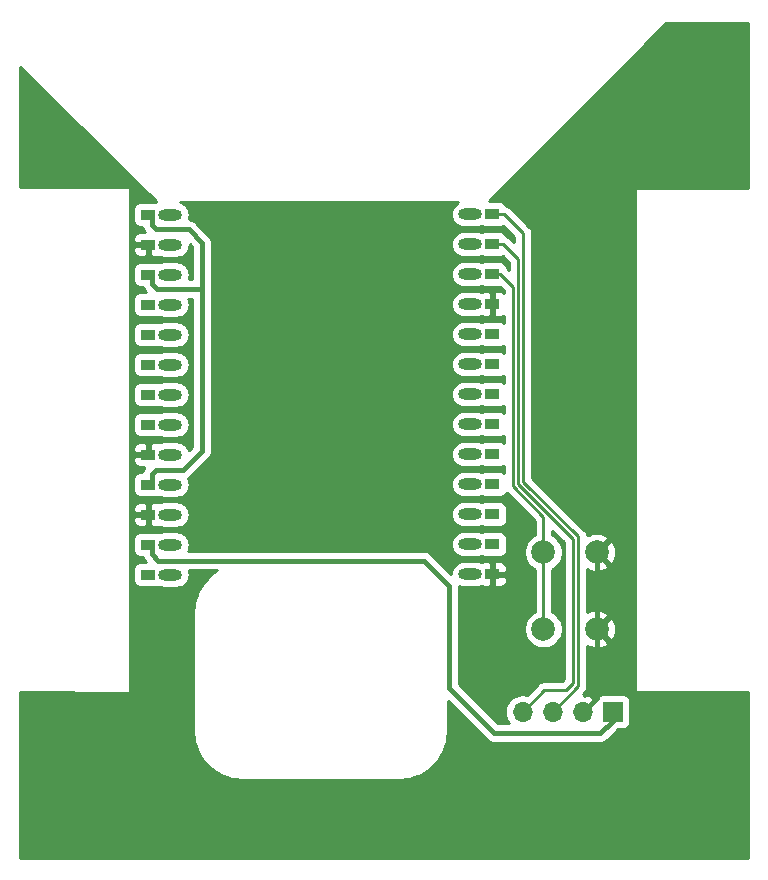
<source format=gtl>
G04 #@! TF.GenerationSoftware,KiCad,Pcbnew,(5.1.2-1)-1*
G04 #@! TF.CreationDate,2023-02-15T13:47:50+00:00*
G04 #@! TF.ProjectId,WT32-ETH01 Programmer,57543332-2d45-4544-9830-312050726f67,rev?*
G04 #@! TF.SameCoordinates,Original*
G04 #@! TF.FileFunction,Copper,L1,Top*
G04 #@! TF.FilePolarity,Positive*
%FSLAX46Y46*%
G04 Gerber Fmt 4.6, Leading zero omitted, Abs format (unit mm)*
G04 Created by KiCad (PCBNEW (5.1.2-1)-1) date 2023-02-15 13:47:50*
%MOMM*%
%LPD*%
G04 APERTURE LIST*
%ADD10R,1.700000X1.700000*%
%ADD11O,1.700000X1.700000*%
%ADD12R,1.300000X0.900000*%
%ADD13O,2.000000X0.950000*%
%ADD14C,2.000000*%
%ADD15C,0.400000*%
%ADD16C,0.250000*%
%ADD17C,0.254000*%
G04 APERTURE END LIST*
D10*
X163850000Y-105000000D03*
D11*
X161310000Y-105000000D03*
X158770000Y-105000000D03*
X156230000Y-105000000D03*
D12*
X124550000Y-62900000D03*
D13*
X126400000Y-62900000D03*
D12*
X124550000Y-65440000D03*
D13*
X126400000Y-65440000D03*
D12*
X124550000Y-67980000D03*
D13*
X126400000Y-67980000D03*
D12*
X124550000Y-70520000D03*
D13*
X126400000Y-70520000D03*
D12*
X124550000Y-73060000D03*
D13*
X126400000Y-73060000D03*
D12*
X124550000Y-75600000D03*
D13*
X126400000Y-75600000D03*
D12*
X124550000Y-78140000D03*
D13*
X126400000Y-78140000D03*
D12*
X124550000Y-80680000D03*
D13*
X126400000Y-80680000D03*
D12*
X124550000Y-83220000D03*
D13*
X126400000Y-83220000D03*
D12*
X124550000Y-85760000D03*
D13*
X126400000Y-85760000D03*
D12*
X124550000Y-88300000D03*
D13*
X126400000Y-88300000D03*
D12*
X124550000Y-90840000D03*
D13*
X126400000Y-90840000D03*
D12*
X124550000Y-93380000D03*
D13*
X126400000Y-93380000D03*
X151800000Y-62870000D03*
D12*
X153650000Y-62870000D03*
D13*
X151800000Y-65410000D03*
D12*
X153650000Y-65410000D03*
D13*
X151800000Y-67950000D03*
D12*
X153650000Y-67950000D03*
D13*
X151800000Y-70490000D03*
D12*
X153650000Y-70490000D03*
D13*
X151800000Y-73030000D03*
D12*
X153650000Y-73030000D03*
D13*
X151800000Y-75570000D03*
D12*
X153650000Y-75570000D03*
D13*
X151800000Y-78110000D03*
D12*
X153650000Y-78110000D03*
D13*
X151800000Y-80650000D03*
D12*
X153650000Y-80650000D03*
D13*
X151800000Y-83190000D03*
D12*
X153650000Y-83190000D03*
D13*
X151800000Y-85730000D03*
D12*
X153650000Y-85730000D03*
D13*
X151800000Y-88270000D03*
D12*
X153650000Y-88270000D03*
D13*
X151800000Y-90810000D03*
D12*
X153650000Y-90810000D03*
D13*
X151800000Y-93350000D03*
D12*
X153650000Y-93350000D03*
D14*
X162500000Y-98000000D03*
X158000000Y-98000000D03*
X162500000Y-91500000D03*
X158000000Y-91500000D03*
D15*
X163850000Y-105750000D02*
X163850000Y-105000000D01*
X162800000Y-106800000D02*
X163850000Y-105750000D01*
X153800000Y-106800000D02*
X162800000Y-106800000D01*
X150000000Y-103000000D02*
X153800000Y-106800000D01*
X150000000Y-94325000D02*
X150000000Y-103000000D01*
X147875000Y-92200000D02*
X150000000Y-94325000D01*
X124850000Y-90840000D02*
X124850000Y-91650000D01*
X125400000Y-92200000D02*
X147875000Y-92200000D01*
X124850000Y-91650000D02*
X125400000Y-92200000D01*
D16*
X163000000Y-92000000D02*
X162500000Y-91500000D01*
D15*
X162500000Y-103810000D02*
X162500000Y-98000000D01*
X161310000Y-105000000D02*
X162500000Y-103810000D01*
X162500000Y-98000000D02*
X162500000Y-91500000D01*
D16*
X156299989Y-64499989D02*
X154670000Y-62870000D01*
X160950011Y-90153044D02*
X156299989Y-85503023D01*
X154670000Y-62870000D02*
X153350000Y-62870000D01*
X158770000Y-105000000D02*
X160950011Y-102819989D01*
X160950011Y-102819989D02*
X160950011Y-90153044D01*
X156299989Y-85503023D02*
X156299989Y-64499989D01*
X155849978Y-85689422D02*
X155849978Y-66649978D01*
X158080000Y-103150000D02*
X159900000Y-103150000D01*
X154610000Y-65410000D02*
X153350000Y-65410000D01*
X159900000Y-103150000D02*
X160500000Y-102550000D01*
X156230000Y-105000000D02*
X158080000Y-103150000D01*
X155849978Y-66649978D02*
X154610000Y-65410000D01*
X160500000Y-102550000D02*
X160500000Y-90339444D01*
X160500000Y-90339444D02*
X155849978Y-85689422D01*
D15*
X124850000Y-84848774D02*
X124850000Y-85760000D01*
X129100000Y-70700000D02*
X129100000Y-82900000D01*
X129100000Y-82900000D02*
X127500000Y-84500000D01*
X127500000Y-84500000D02*
X125198774Y-84500000D01*
X125198774Y-84500000D02*
X124850000Y-84848774D01*
X127950000Y-64150000D02*
X129100000Y-65300000D01*
X124850000Y-62900000D02*
X124850000Y-63800000D01*
X124850000Y-63800000D02*
X125200000Y-64150000D01*
X125200000Y-64150000D02*
X127950000Y-64150000D01*
X129100000Y-65300000D02*
X129100000Y-70700000D01*
X129050000Y-69200000D02*
X129100000Y-69250000D01*
X124850000Y-67980000D02*
X124850000Y-68750000D01*
X124850000Y-68750000D02*
X125300000Y-69200000D01*
X125300000Y-69200000D02*
X129050000Y-69200000D01*
X129100000Y-69250000D02*
X129100000Y-70700000D01*
D16*
X158000000Y-91500000D02*
X158000000Y-98000000D01*
X154350000Y-67950000D02*
X153350000Y-67950000D01*
X155399967Y-68999967D02*
X154350000Y-67950000D01*
X155399967Y-85899967D02*
X155399967Y-68999967D01*
X158000000Y-88500000D02*
X155399967Y-85899967D01*
X158000000Y-91500000D02*
X158000000Y-88500000D01*
D17*
G36*
X175340000Y-60673000D02*
G01*
X165900000Y-60673000D01*
X165875224Y-60675440D01*
X165851399Y-60682667D01*
X165829443Y-60694403D01*
X165810197Y-60710197D01*
X165794403Y-60729443D01*
X165782667Y-60751399D01*
X165775440Y-60775224D01*
X165773000Y-60800000D01*
X165773000Y-103200000D01*
X165775440Y-103224776D01*
X165782667Y-103248601D01*
X165794403Y-103270557D01*
X165810197Y-103289803D01*
X165829443Y-103305597D01*
X165851399Y-103317333D01*
X165875224Y-103324560D01*
X165900000Y-103327000D01*
X175340001Y-103327000D01*
X175340001Y-117340000D01*
X113660000Y-117340000D01*
X113660000Y-103333674D01*
X122898717Y-103426994D01*
X122924776Y-103424560D01*
X122948601Y-103417333D01*
X122970557Y-103405597D01*
X122989803Y-103389803D01*
X123005597Y-103370557D01*
X123017333Y-103348601D01*
X123024560Y-103324776D01*
X123027000Y-103300000D01*
X123027000Y-88750000D01*
X123261928Y-88750000D01*
X123274188Y-88874482D01*
X123310498Y-88994180D01*
X123369463Y-89104494D01*
X123448815Y-89201185D01*
X123545506Y-89280537D01*
X123655820Y-89339502D01*
X123775518Y-89375812D01*
X123900000Y-89388072D01*
X124264250Y-89385000D01*
X124423000Y-89226250D01*
X124423000Y-88427000D01*
X123423750Y-88427000D01*
X123265000Y-88585750D01*
X123261928Y-88750000D01*
X123027000Y-88750000D01*
X123027000Y-87850000D01*
X123261928Y-87850000D01*
X123265000Y-88014250D01*
X123423750Y-88173000D01*
X124423000Y-88173000D01*
X124423000Y-87373750D01*
X124677000Y-87373750D01*
X124677000Y-88173000D01*
X124697000Y-88173000D01*
X124697000Y-88427000D01*
X124677000Y-88427000D01*
X124677000Y-89226250D01*
X124835750Y-89385000D01*
X125200000Y-89388072D01*
X125324482Y-89375812D01*
X125444180Y-89339502D01*
X125456405Y-89332967D01*
X125657402Y-89393938D01*
X125820479Y-89410000D01*
X126979521Y-89410000D01*
X127142598Y-89393938D01*
X127351834Y-89330468D01*
X127544666Y-89227396D01*
X127713686Y-89088686D01*
X127852396Y-88919666D01*
X127955468Y-88726834D01*
X128018938Y-88517598D01*
X128040370Y-88300000D01*
X128037416Y-88270000D01*
X150159630Y-88270000D01*
X150181062Y-88487598D01*
X150244532Y-88696834D01*
X150347604Y-88889666D01*
X150486314Y-89058686D01*
X150655334Y-89197396D01*
X150848166Y-89300468D01*
X151057402Y-89363938D01*
X151220479Y-89380000D01*
X152379521Y-89380000D01*
X152542598Y-89363938D01*
X152743595Y-89302967D01*
X152755820Y-89309502D01*
X152875518Y-89345812D01*
X153000000Y-89358072D01*
X154300000Y-89358072D01*
X154424482Y-89345812D01*
X154544180Y-89309502D01*
X154654494Y-89250537D01*
X154751185Y-89171185D01*
X154830537Y-89074494D01*
X154889502Y-88964180D01*
X154925812Y-88844482D01*
X154938072Y-88720000D01*
X154938072Y-87820000D01*
X154925812Y-87695518D01*
X154889502Y-87575820D01*
X154830537Y-87465506D01*
X154751185Y-87368815D01*
X154654494Y-87289463D01*
X154544180Y-87230498D01*
X154424482Y-87194188D01*
X154300000Y-87181928D01*
X153000000Y-87181928D01*
X152875518Y-87194188D01*
X152755820Y-87230498D01*
X152743595Y-87237033D01*
X152542598Y-87176062D01*
X152379521Y-87160000D01*
X151220479Y-87160000D01*
X151057402Y-87176062D01*
X150848166Y-87239532D01*
X150655334Y-87342604D01*
X150486314Y-87481314D01*
X150347604Y-87650334D01*
X150244532Y-87843166D01*
X150181062Y-88052402D01*
X150159630Y-88270000D01*
X128037416Y-88270000D01*
X128018938Y-88082402D01*
X127955468Y-87873166D01*
X127852396Y-87680334D01*
X127713686Y-87511314D01*
X127544666Y-87372604D01*
X127351834Y-87269532D01*
X127142598Y-87206062D01*
X126979521Y-87190000D01*
X125820479Y-87190000D01*
X125657402Y-87206062D01*
X125456405Y-87267033D01*
X125444180Y-87260498D01*
X125324482Y-87224188D01*
X125200000Y-87211928D01*
X124835750Y-87215000D01*
X124677000Y-87373750D01*
X124423000Y-87373750D01*
X124264250Y-87215000D01*
X123900000Y-87211928D01*
X123775518Y-87224188D01*
X123655820Y-87260498D01*
X123545506Y-87319463D01*
X123448815Y-87398815D01*
X123369463Y-87495506D01*
X123310498Y-87605820D01*
X123274188Y-87725518D01*
X123261928Y-87850000D01*
X123027000Y-87850000D01*
X123027000Y-82770000D01*
X123261928Y-82770000D01*
X123265000Y-82934250D01*
X123423750Y-83093000D01*
X124423000Y-83093000D01*
X124423000Y-82293750D01*
X124264250Y-82135000D01*
X123900000Y-82131928D01*
X123775518Y-82144188D01*
X123655820Y-82180498D01*
X123545506Y-82239463D01*
X123448815Y-82318815D01*
X123369463Y-82415506D01*
X123310498Y-82525820D01*
X123274188Y-82645518D01*
X123261928Y-82770000D01*
X123027000Y-82770000D01*
X123027000Y-80230000D01*
X123261928Y-80230000D01*
X123261928Y-81130000D01*
X123274188Y-81254482D01*
X123310498Y-81374180D01*
X123369463Y-81484494D01*
X123448815Y-81581185D01*
X123545506Y-81660537D01*
X123655820Y-81719502D01*
X123775518Y-81755812D01*
X123900000Y-81768072D01*
X125200000Y-81768072D01*
X125324482Y-81755812D01*
X125444180Y-81719502D01*
X125456405Y-81712967D01*
X125657402Y-81773938D01*
X125820479Y-81790000D01*
X126979521Y-81790000D01*
X127142598Y-81773938D01*
X127351834Y-81710468D01*
X127544666Y-81607396D01*
X127713686Y-81468686D01*
X127852396Y-81299666D01*
X127955468Y-81106834D01*
X128018938Y-80897598D01*
X128040370Y-80680000D01*
X128018938Y-80462402D01*
X127955468Y-80253166D01*
X127852396Y-80060334D01*
X127713686Y-79891314D01*
X127544666Y-79752604D01*
X127351834Y-79649532D01*
X127142598Y-79586062D01*
X126979521Y-79570000D01*
X125820479Y-79570000D01*
X125657402Y-79586062D01*
X125456405Y-79647033D01*
X125444180Y-79640498D01*
X125324482Y-79604188D01*
X125200000Y-79591928D01*
X123900000Y-79591928D01*
X123775518Y-79604188D01*
X123655820Y-79640498D01*
X123545506Y-79699463D01*
X123448815Y-79778815D01*
X123369463Y-79875506D01*
X123310498Y-79985820D01*
X123274188Y-80105518D01*
X123261928Y-80230000D01*
X123027000Y-80230000D01*
X123027000Y-77690000D01*
X123261928Y-77690000D01*
X123261928Y-78590000D01*
X123274188Y-78714482D01*
X123310498Y-78834180D01*
X123369463Y-78944494D01*
X123448815Y-79041185D01*
X123545506Y-79120537D01*
X123655820Y-79179502D01*
X123775518Y-79215812D01*
X123900000Y-79228072D01*
X125200000Y-79228072D01*
X125324482Y-79215812D01*
X125444180Y-79179502D01*
X125456405Y-79172967D01*
X125657402Y-79233938D01*
X125820479Y-79250000D01*
X126979521Y-79250000D01*
X127142598Y-79233938D01*
X127351834Y-79170468D01*
X127544666Y-79067396D01*
X127713686Y-78928686D01*
X127852396Y-78759666D01*
X127955468Y-78566834D01*
X128018938Y-78357598D01*
X128040370Y-78140000D01*
X128018938Y-77922402D01*
X127955468Y-77713166D01*
X127852396Y-77520334D01*
X127713686Y-77351314D01*
X127544666Y-77212604D01*
X127351834Y-77109532D01*
X127142598Y-77046062D01*
X126979521Y-77030000D01*
X125820479Y-77030000D01*
X125657402Y-77046062D01*
X125456405Y-77107033D01*
X125444180Y-77100498D01*
X125324482Y-77064188D01*
X125200000Y-77051928D01*
X123900000Y-77051928D01*
X123775518Y-77064188D01*
X123655820Y-77100498D01*
X123545506Y-77159463D01*
X123448815Y-77238815D01*
X123369463Y-77335506D01*
X123310498Y-77445820D01*
X123274188Y-77565518D01*
X123261928Y-77690000D01*
X123027000Y-77690000D01*
X123027000Y-75150000D01*
X123261928Y-75150000D01*
X123261928Y-76050000D01*
X123274188Y-76174482D01*
X123310498Y-76294180D01*
X123369463Y-76404494D01*
X123448815Y-76501185D01*
X123545506Y-76580537D01*
X123655820Y-76639502D01*
X123775518Y-76675812D01*
X123900000Y-76688072D01*
X125200000Y-76688072D01*
X125324482Y-76675812D01*
X125444180Y-76639502D01*
X125456405Y-76632967D01*
X125657402Y-76693938D01*
X125820479Y-76710000D01*
X126979521Y-76710000D01*
X127142598Y-76693938D01*
X127351834Y-76630468D01*
X127544666Y-76527396D01*
X127713686Y-76388686D01*
X127852396Y-76219666D01*
X127955468Y-76026834D01*
X128018938Y-75817598D01*
X128040370Y-75600000D01*
X128018938Y-75382402D01*
X127955468Y-75173166D01*
X127852396Y-74980334D01*
X127713686Y-74811314D01*
X127544666Y-74672604D01*
X127351834Y-74569532D01*
X127142598Y-74506062D01*
X126979521Y-74490000D01*
X125820479Y-74490000D01*
X125657402Y-74506062D01*
X125456405Y-74567033D01*
X125444180Y-74560498D01*
X125324482Y-74524188D01*
X125200000Y-74511928D01*
X123900000Y-74511928D01*
X123775518Y-74524188D01*
X123655820Y-74560498D01*
X123545506Y-74619463D01*
X123448815Y-74698815D01*
X123369463Y-74795506D01*
X123310498Y-74905820D01*
X123274188Y-75025518D01*
X123261928Y-75150000D01*
X123027000Y-75150000D01*
X123027000Y-72610000D01*
X123261928Y-72610000D01*
X123261928Y-73510000D01*
X123274188Y-73634482D01*
X123310498Y-73754180D01*
X123369463Y-73864494D01*
X123448815Y-73961185D01*
X123545506Y-74040537D01*
X123655820Y-74099502D01*
X123775518Y-74135812D01*
X123900000Y-74148072D01*
X125200000Y-74148072D01*
X125324482Y-74135812D01*
X125444180Y-74099502D01*
X125456405Y-74092967D01*
X125657402Y-74153938D01*
X125820479Y-74170000D01*
X126979521Y-74170000D01*
X127142598Y-74153938D01*
X127351834Y-74090468D01*
X127544666Y-73987396D01*
X127713686Y-73848686D01*
X127852396Y-73679666D01*
X127955468Y-73486834D01*
X128018938Y-73277598D01*
X128040370Y-73060000D01*
X128018938Y-72842402D01*
X127955468Y-72633166D01*
X127852396Y-72440334D01*
X127713686Y-72271314D01*
X127544666Y-72132604D01*
X127351834Y-72029532D01*
X127142598Y-71966062D01*
X126979521Y-71950000D01*
X125820479Y-71950000D01*
X125657402Y-71966062D01*
X125456405Y-72027033D01*
X125444180Y-72020498D01*
X125324482Y-71984188D01*
X125200000Y-71971928D01*
X123900000Y-71971928D01*
X123775518Y-71984188D01*
X123655820Y-72020498D01*
X123545506Y-72079463D01*
X123448815Y-72158815D01*
X123369463Y-72255506D01*
X123310498Y-72365820D01*
X123274188Y-72485518D01*
X123261928Y-72610000D01*
X123027000Y-72610000D01*
X123027000Y-65890000D01*
X123261928Y-65890000D01*
X123274188Y-66014482D01*
X123310498Y-66134180D01*
X123369463Y-66244494D01*
X123448815Y-66341185D01*
X123545506Y-66420537D01*
X123655820Y-66479502D01*
X123775518Y-66515812D01*
X123900000Y-66528072D01*
X124264250Y-66525000D01*
X124423000Y-66366250D01*
X124423000Y-65567000D01*
X123423750Y-65567000D01*
X123265000Y-65725750D01*
X123261928Y-65890000D01*
X123027000Y-65890000D01*
X123027000Y-60700000D01*
X123024560Y-60675224D01*
X123017333Y-60651399D01*
X123005597Y-60629443D01*
X122989803Y-60610197D01*
X122970557Y-60594403D01*
X122948601Y-60582667D01*
X122924776Y-60575440D01*
X122900000Y-60573000D01*
X113660000Y-60573000D01*
X113660000Y-50383870D01*
X125160568Y-61790171D01*
X125179254Y-61805470D01*
X125191283Y-61811928D01*
X123900000Y-61811928D01*
X123775518Y-61824188D01*
X123655820Y-61860498D01*
X123545506Y-61919463D01*
X123448815Y-61998815D01*
X123369463Y-62095506D01*
X123310498Y-62205820D01*
X123274188Y-62325518D01*
X123261928Y-62450000D01*
X123261928Y-63350000D01*
X123274188Y-63474482D01*
X123310498Y-63594180D01*
X123369463Y-63704494D01*
X123448815Y-63801185D01*
X123545506Y-63880537D01*
X123655820Y-63939502D01*
X123775518Y-63975812D01*
X123900000Y-63988072D01*
X124034479Y-63988072D01*
X124074828Y-64121086D01*
X124074829Y-64121087D01*
X124152365Y-64266146D01*
X124225014Y-64354669D01*
X123900000Y-64351928D01*
X123775518Y-64364188D01*
X123655820Y-64400498D01*
X123545506Y-64459463D01*
X123448815Y-64538815D01*
X123369463Y-64635506D01*
X123310498Y-64745820D01*
X123274188Y-64865518D01*
X123261928Y-64990000D01*
X123265000Y-65154250D01*
X123423750Y-65313000D01*
X124423000Y-65313000D01*
X124423000Y-65293000D01*
X124677000Y-65293000D01*
X124677000Y-65313000D01*
X124697000Y-65313000D01*
X124697000Y-65567000D01*
X124677000Y-65567000D01*
X124677000Y-66366250D01*
X124835750Y-66525000D01*
X125200000Y-66528072D01*
X125324482Y-66515812D01*
X125444180Y-66479502D01*
X125456405Y-66472967D01*
X125657402Y-66533938D01*
X125820479Y-66550000D01*
X126979521Y-66550000D01*
X127142598Y-66533938D01*
X127351834Y-66470468D01*
X127544666Y-66367396D01*
X127713686Y-66228686D01*
X127852396Y-66059666D01*
X127955468Y-65866834D01*
X128018938Y-65657598D01*
X128040370Y-65440000D01*
X128038320Y-65419188D01*
X128265000Y-65645869D01*
X128265001Y-68365000D01*
X127968158Y-68365000D01*
X128018938Y-68197598D01*
X128040370Y-67980000D01*
X128018938Y-67762402D01*
X127955468Y-67553166D01*
X127852396Y-67360334D01*
X127713686Y-67191314D01*
X127544666Y-67052604D01*
X127351834Y-66949532D01*
X127142598Y-66886062D01*
X126979521Y-66870000D01*
X125820479Y-66870000D01*
X125657402Y-66886062D01*
X125456405Y-66947033D01*
X125444180Y-66940498D01*
X125324482Y-66904188D01*
X125200000Y-66891928D01*
X123900000Y-66891928D01*
X123775518Y-66904188D01*
X123655820Y-66940498D01*
X123545506Y-66999463D01*
X123448815Y-67078815D01*
X123369463Y-67175506D01*
X123310498Y-67285820D01*
X123274188Y-67405518D01*
X123261928Y-67530000D01*
X123261928Y-68430000D01*
X123274188Y-68554482D01*
X123310498Y-68674180D01*
X123369463Y-68784494D01*
X123448815Y-68881185D01*
X123545506Y-68960537D01*
X123655820Y-69019502D01*
X123775518Y-69055812D01*
X123900000Y-69068072D01*
X124073914Y-69068072D01*
X124074828Y-69071086D01*
X124152364Y-69216145D01*
X124152365Y-69216146D01*
X124256710Y-69343291D01*
X124288574Y-69369441D01*
X124351061Y-69431928D01*
X123900000Y-69431928D01*
X123775518Y-69444188D01*
X123655820Y-69480498D01*
X123545506Y-69539463D01*
X123448815Y-69618815D01*
X123369463Y-69715506D01*
X123310498Y-69825820D01*
X123274188Y-69945518D01*
X123261928Y-70070000D01*
X123261928Y-70970000D01*
X123274188Y-71094482D01*
X123310498Y-71214180D01*
X123369463Y-71324494D01*
X123448815Y-71421185D01*
X123545506Y-71500537D01*
X123655820Y-71559502D01*
X123775518Y-71595812D01*
X123900000Y-71608072D01*
X125200000Y-71608072D01*
X125324482Y-71595812D01*
X125444180Y-71559502D01*
X125456405Y-71552967D01*
X125657402Y-71613938D01*
X125820479Y-71630000D01*
X126979521Y-71630000D01*
X127142598Y-71613938D01*
X127351834Y-71550468D01*
X127544666Y-71447396D01*
X127713686Y-71308686D01*
X127852396Y-71139666D01*
X127955468Y-70946834D01*
X128018938Y-70737598D01*
X128040370Y-70520000D01*
X128018938Y-70302402D01*
X127955468Y-70093166D01*
X127924377Y-70035000D01*
X128265001Y-70035000D01*
X128265001Y-70658972D01*
X128265000Y-70658982D01*
X128265001Y-82554130D01*
X127971876Y-82847256D01*
X127955468Y-82793166D01*
X127852396Y-82600334D01*
X127713686Y-82431314D01*
X127544666Y-82292604D01*
X127351834Y-82189532D01*
X127142598Y-82126062D01*
X126979521Y-82110000D01*
X125820479Y-82110000D01*
X125657402Y-82126062D01*
X125456405Y-82187033D01*
X125444180Y-82180498D01*
X125324482Y-82144188D01*
X125200000Y-82131928D01*
X124835750Y-82135000D01*
X124677000Y-82293750D01*
X124677000Y-83093000D01*
X124697000Y-83093000D01*
X124697000Y-83347000D01*
X124677000Y-83347000D01*
X124677000Y-83367000D01*
X124423000Y-83367000D01*
X124423000Y-83347000D01*
X123423750Y-83347000D01*
X123265000Y-83505750D01*
X123261928Y-83670000D01*
X123274188Y-83794482D01*
X123310498Y-83914180D01*
X123369463Y-84024494D01*
X123448815Y-84121185D01*
X123545506Y-84200537D01*
X123655820Y-84259502D01*
X123775518Y-84295812D01*
X123900000Y-84308072D01*
X124215736Y-84305409D01*
X124152365Y-84382628D01*
X124152364Y-84382629D01*
X124074828Y-84527688D01*
X124031073Y-84671928D01*
X123900000Y-84671928D01*
X123775518Y-84684188D01*
X123655820Y-84720498D01*
X123545506Y-84779463D01*
X123448815Y-84858815D01*
X123369463Y-84955506D01*
X123310498Y-85065820D01*
X123274188Y-85185518D01*
X123261928Y-85310000D01*
X123261928Y-86210000D01*
X123274188Y-86334482D01*
X123310498Y-86454180D01*
X123369463Y-86564494D01*
X123448815Y-86661185D01*
X123545506Y-86740537D01*
X123655820Y-86799502D01*
X123775518Y-86835812D01*
X123900000Y-86848072D01*
X125200000Y-86848072D01*
X125324482Y-86835812D01*
X125444180Y-86799502D01*
X125456405Y-86792967D01*
X125657402Y-86853938D01*
X125820479Y-86870000D01*
X126979521Y-86870000D01*
X127142598Y-86853938D01*
X127351834Y-86790468D01*
X127544666Y-86687396D01*
X127713686Y-86548686D01*
X127852396Y-86379666D01*
X127955468Y-86186834D01*
X128018938Y-85977598D01*
X128040370Y-85760000D01*
X128018938Y-85542402D01*
X127955468Y-85333166D01*
X127901496Y-85232192D01*
X127966146Y-85197636D01*
X128093291Y-85093291D01*
X128119446Y-85061421D01*
X129661432Y-83519437D01*
X129693291Y-83493291D01*
X129797636Y-83366146D01*
X129875172Y-83221087D01*
X129922918Y-83063689D01*
X129935000Y-82941019D01*
X129935000Y-82941018D01*
X129939040Y-82900000D01*
X129935000Y-82858982D01*
X129935000Y-70490000D01*
X150159630Y-70490000D01*
X150181062Y-70707598D01*
X150244532Y-70916834D01*
X150347604Y-71109666D01*
X150486314Y-71278686D01*
X150655334Y-71417396D01*
X150848166Y-71520468D01*
X151057402Y-71583938D01*
X151220479Y-71600000D01*
X152379521Y-71600000D01*
X152542598Y-71583938D01*
X152743595Y-71522967D01*
X152755820Y-71529502D01*
X152875518Y-71565812D01*
X153000000Y-71578072D01*
X153364250Y-71575000D01*
X153523000Y-71416250D01*
X153523000Y-70617000D01*
X153503000Y-70617000D01*
X153503000Y-70363000D01*
X153523000Y-70363000D01*
X153523000Y-69563750D01*
X153364250Y-69405000D01*
X153000000Y-69401928D01*
X152875518Y-69414188D01*
X152755820Y-69450498D01*
X152743595Y-69457033D01*
X152542598Y-69396062D01*
X152379521Y-69380000D01*
X151220479Y-69380000D01*
X151057402Y-69396062D01*
X150848166Y-69459532D01*
X150655334Y-69562604D01*
X150486314Y-69701314D01*
X150347604Y-69870334D01*
X150244532Y-70063166D01*
X150181062Y-70272402D01*
X150159630Y-70490000D01*
X129935000Y-70490000D01*
X129935000Y-69291018D01*
X129939040Y-69250000D01*
X129935000Y-69208981D01*
X129935000Y-65341018D01*
X129939040Y-65300000D01*
X129929736Y-65205535D01*
X129922918Y-65136311D01*
X129875172Y-64978913D01*
X129797636Y-64833854D01*
X129719439Y-64738570D01*
X129719437Y-64738568D01*
X129693291Y-64706709D01*
X129661433Y-64680564D01*
X128569445Y-63588578D01*
X128543291Y-63556709D01*
X128416146Y-63452364D01*
X128271087Y-63374828D01*
X128113689Y-63327082D01*
X127991019Y-63315000D01*
X127991018Y-63315000D01*
X127959985Y-63311943D01*
X128018938Y-63117598D01*
X128040370Y-62900000D01*
X128018938Y-62682402D01*
X127955468Y-62473166D01*
X127852396Y-62280334D01*
X127713686Y-62111314D01*
X127544666Y-61972604D01*
X127351834Y-61869532D01*
X127223261Y-61830530D01*
X150786147Y-61872682D01*
X150655334Y-61942604D01*
X150486314Y-62081314D01*
X150347604Y-62250334D01*
X150244532Y-62443166D01*
X150181062Y-62652402D01*
X150159630Y-62870000D01*
X150181062Y-63087598D01*
X150244532Y-63296834D01*
X150347604Y-63489666D01*
X150486314Y-63658686D01*
X150655334Y-63797396D01*
X150848166Y-63900468D01*
X151057402Y-63963938D01*
X151220479Y-63980000D01*
X152379521Y-63980000D01*
X152542598Y-63963938D01*
X152743595Y-63902967D01*
X152755820Y-63909502D01*
X152875518Y-63945812D01*
X153000000Y-63958072D01*
X154300000Y-63958072D01*
X154424482Y-63945812D01*
X154544180Y-63909502D01*
X154603170Y-63877971D01*
X155539990Y-64814792D01*
X155539990Y-65265189D01*
X155173804Y-64899003D01*
X155150001Y-64869999D01*
X155034276Y-64775026D01*
X154902247Y-64704454D01*
X154879785Y-64697640D01*
X154830537Y-64605506D01*
X154751185Y-64508815D01*
X154654494Y-64429463D01*
X154544180Y-64370498D01*
X154424482Y-64334188D01*
X154300000Y-64321928D01*
X153000000Y-64321928D01*
X152875518Y-64334188D01*
X152755820Y-64370498D01*
X152743595Y-64377033D01*
X152542598Y-64316062D01*
X152379521Y-64300000D01*
X151220479Y-64300000D01*
X151057402Y-64316062D01*
X150848166Y-64379532D01*
X150655334Y-64482604D01*
X150486314Y-64621314D01*
X150347604Y-64790334D01*
X150244532Y-64983166D01*
X150181062Y-65192402D01*
X150159630Y-65410000D01*
X150181062Y-65627598D01*
X150244532Y-65836834D01*
X150347604Y-66029666D01*
X150486314Y-66198686D01*
X150655334Y-66337396D01*
X150848166Y-66440468D01*
X151057402Y-66503938D01*
X151220479Y-66520000D01*
X152379521Y-66520000D01*
X152542598Y-66503938D01*
X152743595Y-66442967D01*
X152755820Y-66449502D01*
X152875518Y-66485812D01*
X153000000Y-66498072D01*
X154300000Y-66498072D01*
X154424482Y-66485812D01*
X154544180Y-66449502D01*
X154564069Y-66438871D01*
X155089979Y-66964781D01*
X155089979Y-67615178D01*
X154934059Y-67459258D01*
X154925812Y-67375518D01*
X154889502Y-67255820D01*
X154830537Y-67145506D01*
X154751185Y-67048815D01*
X154654494Y-66969463D01*
X154544180Y-66910498D01*
X154424482Y-66874188D01*
X154300000Y-66861928D01*
X153000000Y-66861928D01*
X152875518Y-66874188D01*
X152755820Y-66910498D01*
X152743595Y-66917033D01*
X152542598Y-66856062D01*
X152379521Y-66840000D01*
X151220479Y-66840000D01*
X151057402Y-66856062D01*
X150848166Y-66919532D01*
X150655334Y-67022604D01*
X150486314Y-67161314D01*
X150347604Y-67330334D01*
X150244532Y-67523166D01*
X150181062Y-67732402D01*
X150159630Y-67950000D01*
X150181062Y-68167598D01*
X150244532Y-68376834D01*
X150347604Y-68569666D01*
X150486314Y-68738686D01*
X150655334Y-68877396D01*
X150848166Y-68980468D01*
X151057402Y-69043938D01*
X151220479Y-69060000D01*
X152379521Y-69060000D01*
X152542598Y-69043938D01*
X152743595Y-68982967D01*
X152755820Y-68989502D01*
X152875518Y-69025812D01*
X153000000Y-69038072D01*
X154300000Y-69038072D01*
X154357598Y-69032399D01*
X154639968Y-69314770D01*
X154639968Y-69501699D01*
X154544180Y-69450498D01*
X154424482Y-69414188D01*
X154300000Y-69401928D01*
X153935750Y-69405000D01*
X153777000Y-69563750D01*
X153777000Y-70363000D01*
X153797000Y-70363000D01*
X153797000Y-70617000D01*
X153777000Y-70617000D01*
X153777000Y-71416250D01*
X153935750Y-71575000D01*
X154300000Y-71578072D01*
X154424482Y-71565812D01*
X154544180Y-71529502D01*
X154639968Y-71478302D01*
X154639968Y-72041698D01*
X154544180Y-71990498D01*
X154424482Y-71954188D01*
X154300000Y-71941928D01*
X153000000Y-71941928D01*
X152875518Y-71954188D01*
X152755820Y-71990498D01*
X152743595Y-71997033D01*
X152542598Y-71936062D01*
X152379521Y-71920000D01*
X151220479Y-71920000D01*
X151057402Y-71936062D01*
X150848166Y-71999532D01*
X150655334Y-72102604D01*
X150486314Y-72241314D01*
X150347604Y-72410334D01*
X150244532Y-72603166D01*
X150181062Y-72812402D01*
X150159630Y-73030000D01*
X150181062Y-73247598D01*
X150244532Y-73456834D01*
X150347604Y-73649666D01*
X150486314Y-73818686D01*
X150655334Y-73957396D01*
X150848166Y-74060468D01*
X151057402Y-74123938D01*
X151220479Y-74140000D01*
X152379521Y-74140000D01*
X152542598Y-74123938D01*
X152743595Y-74062967D01*
X152755820Y-74069502D01*
X152875518Y-74105812D01*
X153000000Y-74118072D01*
X154300000Y-74118072D01*
X154424482Y-74105812D01*
X154544180Y-74069502D01*
X154639968Y-74018302D01*
X154639968Y-74581698D01*
X154544180Y-74530498D01*
X154424482Y-74494188D01*
X154300000Y-74481928D01*
X153000000Y-74481928D01*
X152875518Y-74494188D01*
X152755820Y-74530498D01*
X152743595Y-74537033D01*
X152542598Y-74476062D01*
X152379521Y-74460000D01*
X151220479Y-74460000D01*
X151057402Y-74476062D01*
X150848166Y-74539532D01*
X150655334Y-74642604D01*
X150486314Y-74781314D01*
X150347604Y-74950334D01*
X150244532Y-75143166D01*
X150181062Y-75352402D01*
X150159630Y-75570000D01*
X150181062Y-75787598D01*
X150244532Y-75996834D01*
X150347604Y-76189666D01*
X150486314Y-76358686D01*
X150655334Y-76497396D01*
X150848166Y-76600468D01*
X151057402Y-76663938D01*
X151220479Y-76680000D01*
X152379521Y-76680000D01*
X152542598Y-76663938D01*
X152743595Y-76602967D01*
X152755820Y-76609502D01*
X152875518Y-76645812D01*
X153000000Y-76658072D01*
X154300000Y-76658072D01*
X154424482Y-76645812D01*
X154544180Y-76609502D01*
X154639968Y-76558302D01*
X154639968Y-77121698D01*
X154544180Y-77070498D01*
X154424482Y-77034188D01*
X154300000Y-77021928D01*
X153000000Y-77021928D01*
X152875518Y-77034188D01*
X152755820Y-77070498D01*
X152743595Y-77077033D01*
X152542598Y-77016062D01*
X152379521Y-77000000D01*
X151220479Y-77000000D01*
X151057402Y-77016062D01*
X150848166Y-77079532D01*
X150655334Y-77182604D01*
X150486314Y-77321314D01*
X150347604Y-77490334D01*
X150244532Y-77683166D01*
X150181062Y-77892402D01*
X150159630Y-78110000D01*
X150181062Y-78327598D01*
X150244532Y-78536834D01*
X150347604Y-78729666D01*
X150486314Y-78898686D01*
X150655334Y-79037396D01*
X150848166Y-79140468D01*
X151057402Y-79203938D01*
X151220479Y-79220000D01*
X152379521Y-79220000D01*
X152542598Y-79203938D01*
X152743595Y-79142967D01*
X152755820Y-79149502D01*
X152875518Y-79185812D01*
X153000000Y-79198072D01*
X154300000Y-79198072D01*
X154424482Y-79185812D01*
X154544180Y-79149502D01*
X154639967Y-79098302D01*
X154639967Y-79661698D01*
X154544180Y-79610498D01*
X154424482Y-79574188D01*
X154300000Y-79561928D01*
X153000000Y-79561928D01*
X152875518Y-79574188D01*
X152755820Y-79610498D01*
X152743595Y-79617033D01*
X152542598Y-79556062D01*
X152379521Y-79540000D01*
X151220479Y-79540000D01*
X151057402Y-79556062D01*
X150848166Y-79619532D01*
X150655334Y-79722604D01*
X150486314Y-79861314D01*
X150347604Y-80030334D01*
X150244532Y-80223166D01*
X150181062Y-80432402D01*
X150159630Y-80650000D01*
X150181062Y-80867598D01*
X150244532Y-81076834D01*
X150347604Y-81269666D01*
X150486314Y-81438686D01*
X150655334Y-81577396D01*
X150848166Y-81680468D01*
X151057402Y-81743938D01*
X151220479Y-81760000D01*
X152379521Y-81760000D01*
X152542598Y-81743938D01*
X152743595Y-81682967D01*
X152755820Y-81689502D01*
X152875518Y-81725812D01*
X153000000Y-81738072D01*
X154300000Y-81738072D01*
X154424482Y-81725812D01*
X154544180Y-81689502D01*
X154639967Y-81638302D01*
X154639967Y-82201698D01*
X154544180Y-82150498D01*
X154424482Y-82114188D01*
X154300000Y-82101928D01*
X153000000Y-82101928D01*
X152875518Y-82114188D01*
X152755820Y-82150498D01*
X152743595Y-82157033D01*
X152542598Y-82096062D01*
X152379521Y-82080000D01*
X151220479Y-82080000D01*
X151057402Y-82096062D01*
X150848166Y-82159532D01*
X150655334Y-82262604D01*
X150486314Y-82401314D01*
X150347604Y-82570334D01*
X150244532Y-82763166D01*
X150181062Y-82972402D01*
X150159630Y-83190000D01*
X150181062Y-83407598D01*
X150244532Y-83616834D01*
X150347604Y-83809666D01*
X150486314Y-83978686D01*
X150655334Y-84117396D01*
X150848166Y-84220468D01*
X151057402Y-84283938D01*
X151220479Y-84300000D01*
X152379521Y-84300000D01*
X152542598Y-84283938D01*
X152743595Y-84222967D01*
X152755820Y-84229502D01*
X152875518Y-84265812D01*
X153000000Y-84278072D01*
X154300000Y-84278072D01*
X154424482Y-84265812D01*
X154544180Y-84229502D01*
X154639967Y-84178302D01*
X154639967Y-84741698D01*
X154544180Y-84690498D01*
X154424482Y-84654188D01*
X154300000Y-84641928D01*
X153000000Y-84641928D01*
X152875518Y-84654188D01*
X152755820Y-84690498D01*
X152743595Y-84697033D01*
X152542598Y-84636062D01*
X152379521Y-84620000D01*
X151220479Y-84620000D01*
X151057402Y-84636062D01*
X150848166Y-84699532D01*
X150655334Y-84802604D01*
X150486314Y-84941314D01*
X150347604Y-85110334D01*
X150244532Y-85303166D01*
X150181062Y-85512402D01*
X150159630Y-85730000D01*
X150181062Y-85947598D01*
X150244532Y-86156834D01*
X150347604Y-86349666D01*
X150486314Y-86518686D01*
X150655334Y-86657396D01*
X150848166Y-86760468D01*
X151057402Y-86823938D01*
X151220479Y-86840000D01*
X152379521Y-86840000D01*
X152542598Y-86823938D01*
X152743595Y-86762967D01*
X152755820Y-86769502D01*
X152875518Y-86805812D01*
X153000000Y-86818072D01*
X154300000Y-86818072D01*
X154424482Y-86805812D01*
X154544180Y-86769502D01*
X154654494Y-86710537D01*
X154751185Y-86631185D01*
X154830537Y-86534494D01*
X154874630Y-86452003D01*
X154888970Y-86463771D01*
X157240001Y-88814803D01*
X157240000Y-90045091D01*
X157225537Y-90051082D01*
X156957748Y-90230013D01*
X156730013Y-90457748D01*
X156551082Y-90725537D01*
X156427832Y-91023088D01*
X156365000Y-91338967D01*
X156365000Y-91661033D01*
X156427832Y-91976912D01*
X156551082Y-92274463D01*
X156730013Y-92542252D01*
X156957748Y-92769987D01*
X157225537Y-92948918D01*
X157240000Y-92954909D01*
X157240001Y-96545091D01*
X157225537Y-96551082D01*
X156957748Y-96730013D01*
X156730013Y-96957748D01*
X156551082Y-97225537D01*
X156427832Y-97523088D01*
X156365000Y-97838967D01*
X156365000Y-98161033D01*
X156427832Y-98476912D01*
X156551082Y-98774463D01*
X156730013Y-99042252D01*
X156957748Y-99269987D01*
X157225537Y-99448918D01*
X157523088Y-99572168D01*
X157838967Y-99635000D01*
X158161033Y-99635000D01*
X158476912Y-99572168D01*
X158774463Y-99448918D01*
X159042252Y-99269987D01*
X159269987Y-99042252D01*
X159448918Y-98774463D01*
X159572168Y-98476912D01*
X159635000Y-98161033D01*
X159635000Y-97838967D01*
X159572168Y-97523088D01*
X159448918Y-97225537D01*
X159269987Y-96957748D01*
X159042252Y-96730013D01*
X158774463Y-96551082D01*
X158760000Y-96545091D01*
X158760000Y-92954909D01*
X158774463Y-92948918D01*
X159042252Y-92769987D01*
X159269987Y-92542252D01*
X159448918Y-92274463D01*
X159572168Y-91976912D01*
X159635000Y-91661033D01*
X159635000Y-91338967D01*
X159572168Y-91023088D01*
X159448918Y-90725537D01*
X159269987Y-90457748D01*
X159042252Y-90230013D01*
X158774463Y-90051082D01*
X158760000Y-90045091D01*
X158760000Y-89674246D01*
X159740001Y-90654247D01*
X159740000Y-102235198D01*
X159585199Y-102390000D01*
X158117322Y-102390000D01*
X158079999Y-102386324D01*
X158042676Y-102390000D01*
X158042667Y-102390000D01*
X157931014Y-102400997D01*
X157787753Y-102444454D01*
X157655723Y-102515026D01*
X157572083Y-102583668D01*
X157539999Y-102609999D01*
X157516201Y-102638997D01*
X156595995Y-103559203D01*
X156521111Y-103536487D01*
X156302950Y-103515000D01*
X156157050Y-103515000D01*
X155938889Y-103536487D01*
X155658966Y-103621401D01*
X155400986Y-103759294D01*
X155174866Y-103944866D01*
X154989294Y-104170986D01*
X154851401Y-104428966D01*
X154766487Y-104708889D01*
X154737815Y-105000000D01*
X154766487Y-105291111D01*
X154851401Y-105571034D01*
X154989294Y-105829014D01*
X155100895Y-105965000D01*
X154145869Y-105965000D01*
X150835000Y-102654133D01*
X150835000Y-94373431D01*
X150848166Y-94380468D01*
X151057402Y-94443938D01*
X151220479Y-94460000D01*
X152379521Y-94460000D01*
X152542598Y-94443938D01*
X152743595Y-94382967D01*
X152755820Y-94389502D01*
X152875518Y-94425812D01*
X153000000Y-94438072D01*
X153364250Y-94435000D01*
X153523000Y-94276250D01*
X153523000Y-93477000D01*
X153777000Y-93477000D01*
X153777000Y-94276250D01*
X153935750Y-94435000D01*
X154300000Y-94438072D01*
X154424482Y-94425812D01*
X154544180Y-94389502D01*
X154654494Y-94330537D01*
X154751185Y-94251185D01*
X154830537Y-94154494D01*
X154889502Y-94044180D01*
X154925812Y-93924482D01*
X154938072Y-93800000D01*
X154935000Y-93635750D01*
X154776250Y-93477000D01*
X153777000Y-93477000D01*
X153523000Y-93477000D01*
X153503000Y-93477000D01*
X153503000Y-93223000D01*
X153523000Y-93223000D01*
X153523000Y-92423750D01*
X153777000Y-92423750D01*
X153777000Y-93223000D01*
X154776250Y-93223000D01*
X154935000Y-93064250D01*
X154938072Y-92900000D01*
X154925812Y-92775518D01*
X154889502Y-92655820D01*
X154830537Y-92545506D01*
X154751185Y-92448815D01*
X154654494Y-92369463D01*
X154544180Y-92310498D01*
X154424482Y-92274188D01*
X154300000Y-92261928D01*
X153935750Y-92265000D01*
X153777000Y-92423750D01*
X153523000Y-92423750D01*
X153364250Y-92265000D01*
X153000000Y-92261928D01*
X152875518Y-92274188D01*
X152755820Y-92310498D01*
X152743595Y-92317033D01*
X152542598Y-92256062D01*
X152379521Y-92240000D01*
X151220479Y-92240000D01*
X151057402Y-92256062D01*
X150848166Y-92319532D01*
X150655334Y-92422604D01*
X150486314Y-92561314D01*
X150347604Y-92730334D01*
X150244532Y-92923166D01*
X150181062Y-93132402D01*
X150163776Y-93307907D01*
X148494446Y-91638579D01*
X148468291Y-91606709D01*
X148341146Y-91502364D01*
X148196087Y-91424828D01*
X148038689Y-91377082D01*
X147916019Y-91365000D01*
X147916018Y-91365000D01*
X147875000Y-91360960D01*
X147833982Y-91365000D01*
X127902997Y-91365000D01*
X127955468Y-91266834D01*
X128018938Y-91057598D01*
X128040370Y-90840000D01*
X128037416Y-90810000D01*
X150159630Y-90810000D01*
X150181062Y-91027598D01*
X150244532Y-91236834D01*
X150347604Y-91429666D01*
X150486314Y-91598686D01*
X150655334Y-91737396D01*
X150848166Y-91840468D01*
X151057402Y-91903938D01*
X151220479Y-91920000D01*
X152379521Y-91920000D01*
X152542598Y-91903938D01*
X152743595Y-91842967D01*
X152755820Y-91849502D01*
X152875518Y-91885812D01*
X153000000Y-91898072D01*
X154300000Y-91898072D01*
X154424482Y-91885812D01*
X154544180Y-91849502D01*
X154654494Y-91790537D01*
X154751185Y-91711185D01*
X154830537Y-91614494D01*
X154889502Y-91504180D01*
X154925812Y-91384482D01*
X154938072Y-91260000D01*
X154938072Y-90360000D01*
X154925812Y-90235518D01*
X154889502Y-90115820D01*
X154830537Y-90005506D01*
X154751185Y-89908815D01*
X154654494Y-89829463D01*
X154544180Y-89770498D01*
X154424482Y-89734188D01*
X154300000Y-89721928D01*
X153000000Y-89721928D01*
X152875518Y-89734188D01*
X152755820Y-89770498D01*
X152743595Y-89777033D01*
X152542598Y-89716062D01*
X152379521Y-89700000D01*
X151220479Y-89700000D01*
X151057402Y-89716062D01*
X150848166Y-89779532D01*
X150655334Y-89882604D01*
X150486314Y-90021314D01*
X150347604Y-90190334D01*
X150244532Y-90383166D01*
X150181062Y-90592402D01*
X150159630Y-90810000D01*
X128037416Y-90810000D01*
X128018938Y-90622402D01*
X127955468Y-90413166D01*
X127852396Y-90220334D01*
X127713686Y-90051314D01*
X127544666Y-89912604D01*
X127351834Y-89809532D01*
X127142598Y-89746062D01*
X126979521Y-89730000D01*
X125820479Y-89730000D01*
X125657402Y-89746062D01*
X125456405Y-89807033D01*
X125444180Y-89800498D01*
X125324482Y-89764188D01*
X125200000Y-89751928D01*
X123900000Y-89751928D01*
X123775518Y-89764188D01*
X123655820Y-89800498D01*
X123545506Y-89859463D01*
X123448815Y-89938815D01*
X123369463Y-90035506D01*
X123310498Y-90145820D01*
X123274188Y-90265518D01*
X123261928Y-90390000D01*
X123261928Y-91290000D01*
X123274188Y-91414482D01*
X123310498Y-91534180D01*
X123369463Y-91644494D01*
X123448815Y-91741185D01*
X123545506Y-91820537D01*
X123655820Y-91879502D01*
X123775518Y-91915812D01*
X123900000Y-91928072D01*
X124061780Y-91928072D01*
X124074828Y-91971086D01*
X124152364Y-92116145D01*
X124152365Y-92116146D01*
X124256710Y-92243291D01*
X124288574Y-92269441D01*
X124311061Y-92291928D01*
X123900000Y-92291928D01*
X123775518Y-92304188D01*
X123655820Y-92340498D01*
X123545506Y-92399463D01*
X123448815Y-92478815D01*
X123369463Y-92575506D01*
X123310498Y-92685820D01*
X123274188Y-92805518D01*
X123261928Y-92930000D01*
X123261928Y-93830000D01*
X123274188Y-93954482D01*
X123310498Y-94074180D01*
X123369463Y-94184494D01*
X123448815Y-94281185D01*
X123545506Y-94360537D01*
X123655820Y-94419502D01*
X123775518Y-94455812D01*
X123900000Y-94468072D01*
X125200000Y-94468072D01*
X125324482Y-94455812D01*
X125444180Y-94419502D01*
X125456405Y-94412967D01*
X125657402Y-94473938D01*
X125820479Y-94490000D01*
X126979521Y-94490000D01*
X127142598Y-94473938D01*
X127351834Y-94410468D01*
X127544666Y-94307396D01*
X127713686Y-94168686D01*
X127852396Y-93999666D01*
X127955468Y-93806834D01*
X128018938Y-93597598D01*
X128040370Y-93380000D01*
X128018938Y-93162402D01*
X127980292Y-93035000D01*
X130382049Y-93035000D01*
X130228913Y-93117800D01*
X130179329Y-93151245D01*
X130129266Y-93184005D01*
X130122125Y-93189829D01*
X129595802Y-93625241D01*
X129553642Y-93667697D01*
X129510912Y-93709541D01*
X129505038Y-93716642D01*
X129073312Y-94245991D01*
X129040208Y-94295818D01*
X129006413Y-94345173D01*
X129002031Y-94353279D01*
X128681344Y-94956403D01*
X128658548Y-95011709D01*
X128634983Y-95066690D01*
X128632258Y-95075493D01*
X128434826Y-95729419D01*
X128423203Y-95788122D01*
X128410770Y-95846611D01*
X128409807Y-95855775D01*
X128343150Y-96535595D01*
X128343150Y-96535608D01*
X128340001Y-96567581D01*
X128340000Y-106632418D01*
X128342954Y-106662407D01*
X128342801Y-106684252D01*
X128343701Y-106693423D01*
X128415103Y-107372762D01*
X128427124Y-107431325D01*
X128438339Y-107490118D01*
X128441003Y-107498940D01*
X128642995Y-108151472D01*
X128666175Y-108206615D01*
X128688584Y-108262080D01*
X128692911Y-108270217D01*
X129017800Y-108871087D01*
X129051245Y-108920671D01*
X129084005Y-108970734D01*
X129089829Y-108977875D01*
X129525241Y-109504198D01*
X129567697Y-109546358D01*
X129609541Y-109589088D01*
X129616641Y-109594962D01*
X130145991Y-110026688D01*
X130195800Y-110059780D01*
X130245172Y-110093587D01*
X130253276Y-110097968D01*
X130253284Y-110097972D01*
X130856402Y-110418656D01*
X130911682Y-110441440D01*
X130966690Y-110465017D01*
X130975493Y-110467742D01*
X131629419Y-110665174D01*
X131688120Y-110676797D01*
X131746610Y-110689230D01*
X131755775Y-110690193D01*
X132435595Y-110756850D01*
X132435598Y-110756850D01*
X132467581Y-110760000D01*
X145782419Y-110760000D01*
X145812408Y-110757046D01*
X145834252Y-110757199D01*
X145843423Y-110756299D01*
X146522762Y-110684897D01*
X146581325Y-110672876D01*
X146640118Y-110661661D01*
X146648940Y-110658997D01*
X147301472Y-110457005D01*
X147356615Y-110433825D01*
X147412080Y-110411416D01*
X147420217Y-110407089D01*
X148021087Y-110082200D01*
X148070671Y-110048755D01*
X148120734Y-110015995D01*
X148127875Y-110010171D01*
X148654198Y-109574759D01*
X148696358Y-109532303D01*
X148739088Y-109490459D01*
X148744962Y-109483359D01*
X149176688Y-108954009D01*
X149209780Y-108904200D01*
X149243587Y-108854828D01*
X149247969Y-108846721D01*
X149568656Y-108243598D01*
X149591440Y-108188318D01*
X149615017Y-108133310D01*
X149617742Y-108124507D01*
X149815174Y-107470581D01*
X149826797Y-107411880D01*
X149839230Y-107353390D01*
X149840193Y-107344225D01*
X149906850Y-106664405D01*
X149906850Y-106664402D01*
X149910000Y-106632419D01*
X149910000Y-104090867D01*
X153180563Y-107361432D01*
X153206709Y-107393291D01*
X153238568Y-107419437D01*
X153238570Y-107419439D01*
X153269523Y-107444841D01*
X153333854Y-107497636D01*
X153478913Y-107575172D01*
X153636311Y-107622918D01*
X153758981Y-107635000D01*
X153758982Y-107635000D01*
X153800000Y-107639040D01*
X153841018Y-107635000D01*
X162758982Y-107635000D01*
X162800000Y-107639040D01*
X162841018Y-107635000D01*
X162841019Y-107635000D01*
X162963689Y-107622918D01*
X163121087Y-107575172D01*
X163266146Y-107497636D01*
X163393291Y-107393291D01*
X163419446Y-107361421D01*
X164292796Y-106488072D01*
X164700000Y-106488072D01*
X164824482Y-106475812D01*
X164944180Y-106439502D01*
X165054494Y-106380537D01*
X165151185Y-106301185D01*
X165230537Y-106204494D01*
X165289502Y-106094180D01*
X165325812Y-105974482D01*
X165338072Y-105850000D01*
X165338072Y-104150000D01*
X165325812Y-104025518D01*
X165289502Y-103905820D01*
X165230537Y-103795506D01*
X165151185Y-103698815D01*
X165054494Y-103619463D01*
X164944180Y-103560498D01*
X164824482Y-103524188D01*
X164700000Y-103511928D01*
X163000000Y-103511928D01*
X162875518Y-103524188D01*
X162755820Y-103560498D01*
X162645506Y-103619463D01*
X162548815Y-103698815D01*
X162469463Y-103795506D01*
X162410498Y-103905820D01*
X162386034Y-103986466D01*
X162310269Y-103902412D01*
X162076920Y-103728359D01*
X161814099Y-103603175D01*
X161666890Y-103558524D01*
X161437002Y-103679844D01*
X161437002Y-103515000D01*
X161329802Y-103515000D01*
X161461015Y-103383787D01*
X161490012Y-103359990D01*
X161534651Y-103305597D01*
X161584985Y-103244266D01*
X161655557Y-103112236D01*
X161677160Y-103041019D01*
X161699014Y-102968975D01*
X161710011Y-102857322D01*
X161710011Y-102857313D01*
X161713687Y-102819990D01*
X161710011Y-102782667D01*
X161710011Y-99433894D01*
X161929571Y-99540704D01*
X162241108Y-99622384D01*
X162562595Y-99641718D01*
X162881675Y-99597961D01*
X163186088Y-99492795D01*
X163360044Y-99399814D01*
X163455808Y-99135413D01*
X162500000Y-98179605D01*
X162485858Y-98193748D01*
X162306253Y-98014143D01*
X162320395Y-98000000D01*
X162679605Y-98000000D01*
X163635413Y-98955808D01*
X163899814Y-98860044D01*
X164040704Y-98570429D01*
X164122384Y-98258892D01*
X164141718Y-97937405D01*
X164097961Y-97618325D01*
X163992795Y-97313912D01*
X163899814Y-97139956D01*
X163635413Y-97044192D01*
X162679605Y-98000000D01*
X162320395Y-98000000D01*
X162306253Y-97985858D01*
X162485858Y-97806253D01*
X162500000Y-97820395D01*
X163455808Y-96864587D01*
X163360044Y-96600186D01*
X163070429Y-96459296D01*
X162758892Y-96377616D01*
X162437405Y-96358282D01*
X162118325Y-96402039D01*
X161813912Y-96507205D01*
X161710011Y-96562741D01*
X161710011Y-92933894D01*
X161929571Y-93040704D01*
X162241108Y-93122384D01*
X162562595Y-93141718D01*
X162881675Y-93097961D01*
X163186088Y-92992795D01*
X163360044Y-92899814D01*
X163455808Y-92635413D01*
X162500000Y-91679605D01*
X162485858Y-91693748D01*
X162306253Y-91514143D01*
X162320395Y-91500000D01*
X162679605Y-91500000D01*
X163635413Y-92455808D01*
X163899814Y-92360044D01*
X164040704Y-92070429D01*
X164122384Y-91758892D01*
X164141718Y-91437405D01*
X164097961Y-91118325D01*
X163992795Y-90813912D01*
X163899814Y-90639956D01*
X163635413Y-90544192D01*
X162679605Y-91500000D01*
X162320395Y-91500000D01*
X162306253Y-91485858D01*
X162485858Y-91306253D01*
X162500000Y-91320395D01*
X163455808Y-90364587D01*
X163360044Y-90100186D01*
X163070429Y-89959296D01*
X162758892Y-89877616D01*
X162437405Y-89858282D01*
X162118325Y-89902039D01*
X161813912Y-90007205D01*
X161705055Y-90065390D01*
X161699014Y-90004058D01*
X161655557Y-89860797D01*
X161584985Y-89728768D01*
X161561376Y-89700000D01*
X161513810Y-89642040D01*
X161513806Y-89642036D01*
X161490012Y-89613043D01*
X161461019Y-89589249D01*
X157059989Y-85188222D01*
X157059989Y-64537322D01*
X157063666Y-64499989D01*
X157059675Y-64459463D01*
X157048992Y-64351003D01*
X157005535Y-64207742D01*
X156934963Y-64075713D01*
X156839990Y-63959988D01*
X156810992Y-63936190D01*
X155233804Y-62359003D01*
X155210001Y-62329999D01*
X155094276Y-62235026D01*
X154962247Y-62164454D01*
X154868173Y-62135918D01*
X154830537Y-62065506D01*
X154751185Y-61968815D01*
X154654494Y-61889463D01*
X154544180Y-61830498D01*
X154424482Y-61794188D01*
X154300000Y-61781928D01*
X153347312Y-61781928D01*
X168373531Y-46660000D01*
X175340000Y-46660000D01*
X175340000Y-60673000D01*
X175340000Y-60673000D01*
G37*
X175340000Y-60673000D02*
X165900000Y-60673000D01*
X165875224Y-60675440D01*
X165851399Y-60682667D01*
X165829443Y-60694403D01*
X165810197Y-60710197D01*
X165794403Y-60729443D01*
X165782667Y-60751399D01*
X165775440Y-60775224D01*
X165773000Y-60800000D01*
X165773000Y-103200000D01*
X165775440Y-103224776D01*
X165782667Y-103248601D01*
X165794403Y-103270557D01*
X165810197Y-103289803D01*
X165829443Y-103305597D01*
X165851399Y-103317333D01*
X165875224Y-103324560D01*
X165900000Y-103327000D01*
X175340001Y-103327000D01*
X175340001Y-117340000D01*
X113660000Y-117340000D01*
X113660000Y-103333674D01*
X122898717Y-103426994D01*
X122924776Y-103424560D01*
X122948601Y-103417333D01*
X122970557Y-103405597D01*
X122989803Y-103389803D01*
X123005597Y-103370557D01*
X123017333Y-103348601D01*
X123024560Y-103324776D01*
X123027000Y-103300000D01*
X123027000Y-88750000D01*
X123261928Y-88750000D01*
X123274188Y-88874482D01*
X123310498Y-88994180D01*
X123369463Y-89104494D01*
X123448815Y-89201185D01*
X123545506Y-89280537D01*
X123655820Y-89339502D01*
X123775518Y-89375812D01*
X123900000Y-89388072D01*
X124264250Y-89385000D01*
X124423000Y-89226250D01*
X124423000Y-88427000D01*
X123423750Y-88427000D01*
X123265000Y-88585750D01*
X123261928Y-88750000D01*
X123027000Y-88750000D01*
X123027000Y-87850000D01*
X123261928Y-87850000D01*
X123265000Y-88014250D01*
X123423750Y-88173000D01*
X124423000Y-88173000D01*
X124423000Y-87373750D01*
X124677000Y-87373750D01*
X124677000Y-88173000D01*
X124697000Y-88173000D01*
X124697000Y-88427000D01*
X124677000Y-88427000D01*
X124677000Y-89226250D01*
X124835750Y-89385000D01*
X125200000Y-89388072D01*
X125324482Y-89375812D01*
X125444180Y-89339502D01*
X125456405Y-89332967D01*
X125657402Y-89393938D01*
X125820479Y-89410000D01*
X126979521Y-89410000D01*
X127142598Y-89393938D01*
X127351834Y-89330468D01*
X127544666Y-89227396D01*
X127713686Y-89088686D01*
X127852396Y-88919666D01*
X127955468Y-88726834D01*
X128018938Y-88517598D01*
X128040370Y-88300000D01*
X128037416Y-88270000D01*
X150159630Y-88270000D01*
X150181062Y-88487598D01*
X150244532Y-88696834D01*
X150347604Y-88889666D01*
X150486314Y-89058686D01*
X150655334Y-89197396D01*
X150848166Y-89300468D01*
X151057402Y-89363938D01*
X151220479Y-89380000D01*
X152379521Y-89380000D01*
X152542598Y-89363938D01*
X152743595Y-89302967D01*
X152755820Y-89309502D01*
X152875518Y-89345812D01*
X153000000Y-89358072D01*
X154300000Y-89358072D01*
X154424482Y-89345812D01*
X154544180Y-89309502D01*
X154654494Y-89250537D01*
X154751185Y-89171185D01*
X154830537Y-89074494D01*
X154889502Y-88964180D01*
X154925812Y-88844482D01*
X154938072Y-88720000D01*
X154938072Y-87820000D01*
X154925812Y-87695518D01*
X154889502Y-87575820D01*
X154830537Y-87465506D01*
X154751185Y-87368815D01*
X154654494Y-87289463D01*
X154544180Y-87230498D01*
X154424482Y-87194188D01*
X154300000Y-87181928D01*
X153000000Y-87181928D01*
X152875518Y-87194188D01*
X152755820Y-87230498D01*
X152743595Y-87237033D01*
X152542598Y-87176062D01*
X152379521Y-87160000D01*
X151220479Y-87160000D01*
X151057402Y-87176062D01*
X150848166Y-87239532D01*
X150655334Y-87342604D01*
X150486314Y-87481314D01*
X150347604Y-87650334D01*
X150244532Y-87843166D01*
X150181062Y-88052402D01*
X150159630Y-88270000D01*
X128037416Y-88270000D01*
X128018938Y-88082402D01*
X127955468Y-87873166D01*
X127852396Y-87680334D01*
X127713686Y-87511314D01*
X127544666Y-87372604D01*
X127351834Y-87269532D01*
X127142598Y-87206062D01*
X126979521Y-87190000D01*
X125820479Y-87190000D01*
X125657402Y-87206062D01*
X125456405Y-87267033D01*
X125444180Y-87260498D01*
X125324482Y-87224188D01*
X125200000Y-87211928D01*
X124835750Y-87215000D01*
X124677000Y-87373750D01*
X124423000Y-87373750D01*
X124264250Y-87215000D01*
X123900000Y-87211928D01*
X123775518Y-87224188D01*
X123655820Y-87260498D01*
X123545506Y-87319463D01*
X123448815Y-87398815D01*
X123369463Y-87495506D01*
X123310498Y-87605820D01*
X123274188Y-87725518D01*
X123261928Y-87850000D01*
X123027000Y-87850000D01*
X123027000Y-82770000D01*
X123261928Y-82770000D01*
X123265000Y-82934250D01*
X123423750Y-83093000D01*
X124423000Y-83093000D01*
X124423000Y-82293750D01*
X124264250Y-82135000D01*
X123900000Y-82131928D01*
X123775518Y-82144188D01*
X123655820Y-82180498D01*
X123545506Y-82239463D01*
X123448815Y-82318815D01*
X123369463Y-82415506D01*
X123310498Y-82525820D01*
X123274188Y-82645518D01*
X123261928Y-82770000D01*
X123027000Y-82770000D01*
X123027000Y-80230000D01*
X123261928Y-80230000D01*
X123261928Y-81130000D01*
X123274188Y-81254482D01*
X123310498Y-81374180D01*
X123369463Y-81484494D01*
X123448815Y-81581185D01*
X123545506Y-81660537D01*
X123655820Y-81719502D01*
X123775518Y-81755812D01*
X123900000Y-81768072D01*
X125200000Y-81768072D01*
X125324482Y-81755812D01*
X125444180Y-81719502D01*
X125456405Y-81712967D01*
X125657402Y-81773938D01*
X125820479Y-81790000D01*
X126979521Y-81790000D01*
X127142598Y-81773938D01*
X127351834Y-81710468D01*
X127544666Y-81607396D01*
X127713686Y-81468686D01*
X127852396Y-81299666D01*
X127955468Y-81106834D01*
X128018938Y-80897598D01*
X128040370Y-80680000D01*
X128018938Y-80462402D01*
X127955468Y-80253166D01*
X127852396Y-80060334D01*
X127713686Y-79891314D01*
X127544666Y-79752604D01*
X127351834Y-79649532D01*
X127142598Y-79586062D01*
X126979521Y-79570000D01*
X125820479Y-79570000D01*
X125657402Y-79586062D01*
X125456405Y-79647033D01*
X125444180Y-79640498D01*
X125324482Y-79604188D01*
X125200000Y-79591928D01*
X123900000Y-79591928D01*
X123775518Y-79604188D01*
X123655820Y-79640498D01*
X123545506Y-79699463D01*
X123448815Y-79778815D01*
X123369463Y-79875506D01*
X123310498Y-79985820D01*
X123274188Y-80105518D01*
X123261928Y-80230000D01*
X123027000Y-80230000D01*
X123027000Y-77690000D01*
X123261928Y-77690000D01*
X123261928Y-78590000D01*
X123274188Y-78714482D01*
X123310498Y-78834180D01*
X123369463Y-78944494D01*
X123448815Y-79041185D01*
X123545506Y-79120537D01*
X123655820Y-79179502D01*
X123775518Y-79215812D01*
X123900000Y-79228072D01*
X125200000Y-79228072D01*
X125324482Y-79215812D01*
X125444180Y-79179502D01*
X125456405Y-79172967D01*
X125657402Y-79233938D01*
X125820479Y-79250000D01*
X126979521Y-79250000D01*
X127142598Y-79233938D01*
X127351834Y-79170468D01*
X127544666Y-79067396D01*
X127713686Y-78928686D01*
X127852396Y-78759666D01*
X127955468Y-78566834D01*
X128018938Y-78357598D01*
X128040370Y-78140000D01*
X128018938Y-77922402D01*
X127955468Y-77713166D01*
X127852396Y-77520334D01*
X127713686Y-77351314D01*
X127544666Y-77212604D01*
X127351834Y-77109532D01*
X127142598Y-77046062D01*
X126979521Y-77030000D01*
X125820479Y-77030000D01*
X125657402Y-77046062D01*
X125456405Y-77107033D01*
X125444180Y-77100498D01*
X125324482Y-77064188D01*
X125200000Y-77051928D01*
X123900000Y-77051928D01*
X123775518Y-77064188D01*
X123655820Y-77100498D01*
X123545506Y-77159463D01*
X123448815Y-77238815D01*
X123369463Y-77335506D01*
X123310498Y-77445820D01*
X123274188Y-77565518D01*
X123261928Y-77690000D01*
X123027000Y-77690000D01*
X123027000Y-75150000D01*
X123261928Y-75150000D01*
X123261928Y-76050000D01*
X123274188Y-76174482D01*
X123310498Y-76294180D01*
X123369463Y-76404494D01*
X123448815Y-76501185D01*
X123545506Y-76580537D01*
X123655820Y-76639502D01*
X123775518Y-76675812D01*
X123900000Y-76688072D01*
X125200000Y-76688072D01*
X125324482Y-76675812D01*
X125444180Y-76639502D01*
X125456405Y-76632967D01*
X125657402Y-76693938D01*
X125820479Y-76710000D01*
X126979521Y-76710000D01*
X127142598Y-76693938D01*
X127351834Y-76630468D01*
X127544666Y-76527396D01*
X127713686Y-76388686D01*
X127852396Y-76219666D01*
X127955468Y-76026834D01*
X128018938Y-75817598D01*
X128040370Y-75600000D01*
X128018938Y-75382402D01*
X127955468Y-75173166D01*
X127852396Y-74980334D01*
X127713686Y-74811314D01*
X127544666Y-74672604D01*
X127351834Y-74569532D01*
X127142598Y-74506062D01*
X126979521Y-74490000D01*
X125820479Y-74490000D01*
X125657402Y-74506062D01*
X125456405Y-74567033D01*
X125444180Y-74560498D01*
X125324482Y-74524188D01*
X125200000Y-74511928D01*
X123900000Y-74511928D01*
X123775518Y-74524188D01*
X123655820Y-74560498D01*
X123545506Y-74619463D01*
X123448815Y-74698815D01*
X123369463Y-74795506D01*
X123310498Y-74905820D01*
X123274188Y-75025518D01*
X123261928Y-75150000D01*
X123027000Y-75150000D01*
X123027000Y-72610000D01*
X123261928Y-72610000D01*
X123261928Y-73510000D01*
X123274188Y-73634482D01*
X123310498Y-73754180D01*
X123369463Y-73864494D01*
X123448815Y-73961185D01*
X123545506Y-74040537D01*
X123655820Y-74099502D01*
X123775518Y-74135812D01*
X123900000Y-74148072D01*
X125200000Y-74148072D01*
X125324482Y-74135812D01*
X125444180Y-74099502D01*
X125456405Y-74092967D01*
X125657402Y-74153938D01*
X125820479Y-74170000D01*
X126979521Y-74170000D01*
X127142598Y-74153938D01*
X127351834Y-74090468D01*
X127544666Y-73987396D01*
X127713686Y-73848686D01*
X127852396Y-73679666D01*
X127955468Y-73486834D01*
X128018938Y-73277598D01*
X128040370Y-73060000D01*
X128018938Y-72842402D01*
X127955468Y-72633166D01*
X127852396Y-72440334D01*
X127713686Y-72271314D01*
X127544666Y-72132604D01*
X127351834Y-72029532D01*
X127142598Y-71966062D01*
X126979521Y-71950000D01*
X125820479Y-71950000D01*
X125657402Y-71966062D01*
X125456405Y-72027033D01*
X125444180Y-72020498D01*
X125324482Y-71984188D01*
X125200000Y-71971928D01*
X123900000Y-71971928D01*
X123775518Y-71984188D01*
X123655820Y-72020498D01*
X123545506Y-72079463D01*
X123448815Y-72158815D01*
X123369463Y-72255506D01*
X123310498Y-72365820D01*
X123274188Y-72485518D01*
X123261928Y-72610000D01*
X123027000Y-72610000D01*
X123027000Y-65890000D01*
X123261928Y-65890000D01*
X123274188Y-66014482D01*
X123310498Y-66134180D01*
X123369463Y-66244494D01*
X123448815Y-66341185D01*
X123545506Y-66420537D01*
X123655820Y-66479502D01*
X123775518Y-66515812D01*
X123900000Y-66528072D01*
X124264250Y-66525000D01*
X124423000Y-66366250D01*
X124423000Y-65567000D01*
X123423750Y-65567000D01*
X123265000Y-65725750D01*
X123261928Y-65890000D01*
X123027000Y-65890000D01*
X123027000Y-60700000D01*
X123024560Y-60675224D01*
X123017333Y-60651399D01*
X123005597Y-60629443D01*
X122989803Y-60610197D01*
X122970557Y-60594403D01*
X122948601Y-60582667D01*
X122924776Y-60575440D01*
X122900000Y-60573000D01*
X113660000Y-60573000D01*
X113660000Y-50383870D01*
X125160568Y-61790171D01*
X125179254Y-61805470D01*
X125191283Y-61811928D01*
X123900000Y-61811928D01*
X123775518Y-61824188D01*
X123655820Y-61860498D01*
X123545506Y-61919463D01*
X123448815Y-61998815D01*
X123369463Y-62095506D01*
X123310498Y-62205820D01*
X123274188Y-62325518D01*
X123261928Y-62450000D01*
X123261928Y-63350000D01*
X123274188Y-63474482D01*
X123310498Y-63594180D01*
X123369463Y-63704494D01*
X123448815Y-63801185D01*
X123545506Y-63880537D01*
X123655820Y-63939502D01*
X123775518Y-63975812D01*
X123900000Y-63988072D01*
X124034479Y-63988072D01*
X124074828Y-64121086D01*
X124074829Y-64121087D01*
X124152365Y-64266146D01*
X124225014Y-64354669D01*
X123900000Y-64351928D01*
X123775518Y-64364188D01*
X123655820Y-64400498D01*
X123545506Y-64459463D01*
X123448815Y-64538815D01*
X123369463Y-64635506D01*
X123310498Y-64745820D01*
X123274188Y-64865518D01*
X123261928Y-64990000D01*
X123265000Y-65154250D01*
X123423750Y-65313000D01*
X124423000Y-65313000D01*
X124423000Y-65293000D01*
X124677000Y-65293000D01*
X124677000Y-65313000D01*
X124697000Y-65313000D01*
X124697000Y-65567000D01*
X124677000Y-65567000D01*
X124677000Y-66366250D01*
X124835750Y-66525000D01*
X125200000Y-66528072D01*
X125324482Y-66515812D01*
X125444180Y-66479502D01*
X125456405Y-66472967D01*
X125657402Y-66533938D01*
X125820479Y-66550000D01*
X126979521Y-66550000D01*
X127142598Y-66533938D01*
X127351834Y-66470468D01*
X127544666Y-66367396D01*
X127713686Y-66228686D01*
X127852396Y-66059666D01*
X127955468Y-65866834D01*
X128018938Y-65657598D01*
X128040370Y-65440000D01*
X128038320Y-65419188D01*
X128265000Y-65645869D01*
X128265001Y-68365000D01*
X127968158Y-68365000D01*
X128018938Y-68197598D01*
X128040370Y-67980000D01*
X128018938Y-67762402D01*
X127955468Y-67553166D01*
X127852396Y-67360334D01*
X127713686Y-67191314D01*
X127544666Y-67052604D01*
X127351834Y-66949532D01*
X127142598Y-66886062D01*
X126979521Y-66870000D01*
X125820479Y-66870000D01*
X125657402Y-66886062D01*
X125456405Y-66947033D01*
X125444180Y-66940498D01*
X125324482Y-66904188D01*
X125200000Y-66891928D01*
X123900000Y-66891928D01*
X123775518Y-66904188D01*
X123655820Y-66940498D01*
X123545506Y-66999463D01*
X123448815Y-67078815D01*
X123369463Y-67175506D01*
X123310498Y-67285820D01*
X123274188Y-67405518D01*
X123261928Y-67530000D01*
X123261928Y-68430000D01*
X123274188Y-68554482D01*
X123310498Y-68674180D01*
X123369463Y-68784494D01*
X123448815Y-68881185D01*
X123545506Y-68960537D01*
X123655820Y-69019502D01*
X123775518Y-69055812D01*
X123900000Y-69068072D01*
X124073914Y-69068072D01*
X124074828Y-69071086D01*
X124152364Y-69216145D01*
X124152365Y-69216146D01*
X124256710Y-69343291D01*
X124288574Y-69369441D01*
X124351061Y-69431928D01*
X123900000Y-69431928D01*
X123775518Y-69444188D01*
X123655820Y-69480498D01*
X123545506Y-69539463D01*
X123448815Y-69618815D01*
X123369463Y-69715506D01*
X123310498Y-69825820D01*
X123274188Y-69945518D01*
X123261928Y-70070000D01*
X123261928Y-70970000D01*
X123274188Y-71094482D01*
X123310498Y-71214180D01*
X123369463Y-71324494D01*
X123448815Y-71421185D01*
X123545506Y-71500537D01*
X123655820Y-71559502D01*
X123775518Y-71595812D01*
X123900000Y-71608072D01*
X125200000Y-71608072D01*
X125324482Y-71595812D01*
X125444180Y-71559502D01*
X125456405Y-71552967D01*
X125657402Y-71613938D01*
X125820479Y-71630000D01*
X126979521Y-71630000D01*
X127142598Y-71613938D01*
X127351834Y-71550468D01*
X127544666Y-71447396D01*
X127713686Y-71308686D01*
X127852396Y-71139666D01*
X127955468Y-70946834D01*
X128018938Y-70737598D01*
X128040370Y-70520000D01*
X128018938Y-70302402D01*
X127955468Y-70093166D01*
X127924377Y-70035000D01*
X128265001Y-70035000D01*
X128265001Y-70658972D01*
X128265000Y-70658982D01*
X128265001Y-82554130D01*
X127971876Y-82847256D01*
X127955468Y-82793166D01*
X127852396Y-82600334D01*
X127713686Y-82431314D01*
X127544666Y-82292604D01*
X127351834Y-82189532D01*
X127142598Y-82126062D01*
X126979521Y-82110000D01*
X125820479Y-82110000D01*
X125657402Y-82126062D01*
X125456405Y-82187033D01*
X125444180Y-82180498D01*
X125324482Y-82144188D01*
X125200000Y-82131928D01*
X124835750Y-82135000D01*
X124677000Y-82293750D01*
X124677000Y-83093000D01*
X124697000Y-83093000D01*
X124697000Y-83347000D01*
X124677000Y-83347000D01*
X124677000Y-83367000D01*
X124423000Y-83367000D01*
X124423000Y-83347000D01*
X123423750Y-83347000D01*
X123265000Y-83505750D01*
X123261928Y-83670000D01*
X123274188Y-83794482D01*
X123310498Y-83914180D01*
X123369463Y-84024494D01*
X123448815Y-84121185D01*
X123545506Y-84200537D01*
X123655820Y-84259502D01*
X123775518Y-84295812D01*
X123900000Y-84308072D01*
X124215736Y-84305409D01*
X124152365Y-84382628D01*
X124152364Y-84382629D01*
X124074828Y-84527688D01*
X124031073Y-84671928D01*
X123900000Y-84671928D01*
X123775518Y-84684188D01*
X123655820Y-84720498D01*
X123545506Y-84779463D01*
X123448815Y-84858815D01*
X123369463Y-84955506D01*
X123310498Y-85065820D01*
X123274188Y-85185518D01*
X123261928Y-85310000D01*
X123261928Y-86210000D01*
X123274188Y-86334482D01*
X123310498Y-86454180D01*
X123369463Y-86564494D01*
X123448815Y-86661185D01*
X123545506Y-86740537D01*
X123655820Y-86799502D01*
X123775518Y-86835812D01*
X123900000Y-86848072D01*
X125200000Y-86848072D01*
X125324482Y-86835812D01*
X125444180Y-86799502D01*
X125456405Y-86792967D01*
X125657402Y-86853938D01*
X125820479Y-86870000D01*
X126979521Y-86870000D01*
X127142598Y-86853938D01*
X127351834Y-86790468D01*
X127544666Y-86687396D01*
X127713686Y-86548686D01*
X127852396Y-86379666D01*
X127955468Y-86186834D01*
X128018938Y-85977598D01*
X128040370Y-85760000D01*
X128018938Y-85542402D01*
X127955468Y-85333166D01*
X127901496Y-85232192D01*
X127966146Y-85197636D01*
X128093291Y-85093291D01*
X128119446Y-85061421D01*
X129661432Y-83519437D01*
X129693291Y-83493291D01*
X129797636Y-83366146D01*
X129875172Y-83221087D01*
X129922918Y-83063689D01*
X129935000Y-82941019D01*
X129935000Y-82941018D01*
X129939040Y-82900000D01*
X129935000Y-82858982D01*
X129935000Y-70490000D01*
X150159630Y-70490000D01*
X150181062Y-70707598D01*
X150244532Y-70916834D01*
X150347604Y-71109666D01*
X150486314Y-71278686D01*
X150655334Y-71417396D01*
X150848166Y-71520468D01*
X151057402Y-71583938D01*
X151220479Y-71600000D01*
X152379521Y-71600000D01*
X152542598Y-71583938D01*
X152743595Y-71522967D01*
X152755820Y-71529502D01*
X152875518Y-71565812D01*
X153000000Y-71578072D01*
X153364250Y-71575000D01*
X153523000Y-71416250D01*
X153523000Y-70617000D01*
X153503000Y-70617000D01*
X153503000Y-70363000D01*
X153523000Y-70363000D01*
X153523000Y-69563750D01*
X153364250Y-69405000D01*
X153000000Y-69401928D01*
X152875518Y-69414188D01*
X152755820Y-69450498D01*
X152743595Y-69457033D01*
X152542598Y-69396062D01*
X152379521Y-69380000D01*
X151220479Y-69380000D01*
X151057402Y-69396062D01*
X150848166Y-69459532D01*
X150655334Y-69562604D01*
X150486314Y-69701314D01*
X150347604Y-69870334D01*
X150244532Y-70063166D01*
X150181062Y-70272402D01*
X150159630Y-70490000D01*
X129935000Y-70490000D01*
X129935000Y-69291018D01*
X129939040Y-69250000D01*
X129935000Y-69208981D01*
X129935000Y-65341018D01*
X129939040Y-65300000D01*
X129929736Y-65205535D01*
X129922918Y-65136311D01*
X129875172Y-64978913D01*
X129797636Y-64833854D01*
X129719439Y-64738570D01*
X129719437Y-64738568D01*
X129693291Y-64706709D01*
X129661433Y-64680564D01*
X128569445Y-63588578D01*
X128543291Y-63556709D01*
X128416146Y-63452364D01*
X128271087Y-63374828D01*
X128113689Y-63327082D01*
X127991019Y-63315000D01*
X127991018Y-63315000D01*
X127959985Y-63311943D01*
X128018938Y-63117598D01*
X128040370Y-62900000D01*
X128018938Y-62682402D01*
X127955468Y-62473166D01*
X127852396Y-62280334D01*
X127713686Y-62111314D01*
X127544666Y-61972604D01*
X127351834Y-61869532D01*
X127223261Y-61830530D01*
X150786147Y-61872682D01*
X150655334Y-61942604D01*
X150486314Y-62081314D01*
X150347604Y-62250334D01*
X150244532Y-62443166D01*
X150181062Y-62652402D01*
X150159630Y-62870000D01*
X150181062Y-63087598D01*
X150244532Y-63296834D01*
X150347604Y-63489666D01*
X150486314Y-63658686D01*
X150655334Y-63797396D01*
X150848166Y-63900468D01*
X151057402Y-63963938D01*
X151220479Y-63980000D01*
X152379521Y-63980000D01*
X152542598Y-63963938D01*
X152743595Y-63902967D01*
X152755820Y-63909502D01*
X152875518Y-63945812D01*
X153000000Y-63958072D01*
X154300000Y-63958072D01*
X154424482Y-63945812D01*
X154544180Y-63909502D01*
X154603170Y-63877971D01*
X155539990Y-64814792D01*
X155539990Y-65265189D01*
X155173804Y-64899003D01*
X155150001Y-64869999D01*
X155034276Y-64775026D01*
X154902247Y-64704454D01*
X154879785Y-64697640D01*
X154830537Y-64605506D01*
X154751185Y-64508815D01*
X154654494Y-64429463D01*
X154544180Y-64370498D01*
X154424482Y-64334188D01*
X154300000Y-64321928D01*
X153000000Y-64321928D01*
X152875518Y-64334188D01*
X152755820Y-64370498D01*
X152743595Y-64377033D01*
X152542598Y-64316062D01*
X152379521Y-64300000D01*
X151220479Y-64300000D01*
X151057402Y-64316062D01*
X150848166Y-64379532D01*
X150655334Y-64482604D01*
X150486314Y-64621314D01*
X150347604Y-64790334D01*
X150244532Y-64983166D01*
X150181062Y-65192402D01*
X150159630Y-65410000D01*
X150181062Y-65627598D01*
X150244532Y-65836834D01*
X150347604Y-66029666D01*
X150486314Y-66198686D01*
X150655334Y-66337396D01*
X150848166Y-66440468D01*
X151057402Y-66503938D01*
X151220479Y-66520000D01*
X152379521Y-66520000D01*
X152542598Y-66503938D01*
X152743595Y-66442967D01*
X152755820Y-66449502D01*
X152875518Y-66485812D01*
X153000000Y-66498072D01*
X154300000Y-66498072D01*
X154424482Y-66485812D01*
X154544180Y-66449502D01*
X154564069Y-66438871D01*
X155089979Y-66964781D01*
X155089979Y-67615178D01*
X154934059Y-67459258D01*
X154925812Y-67375518D01*
X154889502Y-67255820D01*
X154830537Y-67145506D01*
X154751185Y-67048815D01*
X154654494Y-66969463D01*
X154544180Y-66910498D01*
X154424482Y-66874188D01*
X154300000Y-66861928D01*
X153000000Y-66861928D01*
X152875518Y-66874188D01*
X152755820Y-66910498D01*
X152743595Y-66917033D01*
X152542598Y-66856062D01*
X152379521Y-66840000D01*
X151220479Y-66840000D01*
X151057402Y-66856062D01*
X150848166Y-66919532D01*
X150655334Y-67022604D01*
X150486314Y-67161314D01*
X150347604Y-67330334D01*
X150244532Y-67523166D01*
X150181062Y-67732402D01*
X150159630Y-67950000D01*
X150181062Y-68167598D01*
X150244532Y-68376834D01*
X150347604Y-68569666D01*
X150486314Y-68738686D01*
X150655334Y-68877396D01*
X150848166Y-68980468D01*
X151057402Y-69043938D01*
X151220479Y-69060000D01*
X152379521Y-69060000D01*
X152542598Y-69043938D01*
X152743595Y-68982967D01*
X152755820Y-68989502D01*
X152875518Y-69025812D01*
X153000000Y-69038072D01*
X154300000Y-69038072D01*
X154357598Y-69032399D01*
X154639968Y-69314770D01*
X154639968Y-69501699D01*
X154544180Y-69450498D01*
X154424482Y-69414188D01*
X154300000Y-69401928D01*
X153935750Y-69405000D01*
X153777000Y-69563750D01*
X153777000Y-70363000D01*
X153797000Y-70363000D01*
X153797000Y-70617000D01*
X153777000Y-70617000D01*
X153777000Y-71416250D01*
X153935750Y-71575000D01*
X154300000Y-71578072D01*
X154424482Y-71565812D01*
X154544180Y-71529502D01*
X154639968Y-71478302D01*
X154639968Y-72041698D01*
X154544180Y-71990498D01*
X154424482Y-71954188D01*
X154300000Y-71941928D01*
X153000000Y-71941928D01*
X152875518Y-71954188D01*
X152755820Y-71990498D01*
X152743595Y-71997033D01*
X152542598Y-71936062D01*
X152379521Y-71920000D01*
X151220479Y-71920000D01*
X151057402Y-71936062D01*
X150848166Y-71999532D01*
X150655334Y-72102604D01*
X150486314Y-72241314D01*
X150347604Y-72410334D01*
X150244532Y-72603166D01*
X150181062Y-72812402D01*
X150159630Y-73030000D01*
X150181062Y-73247598D01*
X150244532Y-73456834D01*
X150347604Y-73649666D01*
X150486314Y-73818686D01*
X150655334Y-73957396D01*
X150848166Y-74060468D01*
X151057402Y-74123938D01*
X151220479Y-74140000D01*
X152379521Y-74140000D01*
X152542598Y-74123938D01*
X152743595Y-74062967D01*
X152755820Y-74069502D01*
X152875518Y-74105812D01*
X153000000Y-74118072D01*
X154300000Y-74118072D01*
X154424482Y-74105812D01*
X154544180Y-74069502D01*
X154639968Y-74018302D01*
X154639968Y-74581698D01*
X154544180Y-74530498D01*
X154424482Y-74494188D01*
X154300000Y-74481928D01*
X153000000Y-74481928D01*
X152875518Y-74494188D01*
X152755820Y-74530498D01*
X152743595Y-74537033D01*
X152542598Y-74476062D01*
X152379521Y-74460000D01*
X151220479Y-74460000D01*
X151057402Y-74476062D01*
X150848166Y-74539532D01*
X150655334Y-74642604D01*
X150486314Y-74781314D01*
X150347604Y-74950334D01*
X150244532Y-75143166D01*
X150181062Y-75352402D01*
X150159630Y-75570000D01*
X150181062Y-75787598D01*
X150244532Y-75996834D01*
X150347604Y-76189666D01*
X150486314Y-76358686D01*
X150655334Y-76497396D01*
X150848166Y-76600468D01*
X151057402Y-76663938D01*
X151220479Y-76680000D01*
X152379521Y-76680000D01*
X152542598Y-76663938D01*
X152743595Y-76602967D01*
X152755820Y-76609502D01*
X152875518Y-76645812D01*
X153000000Y-76658072D01*
X154300000Y-76658072D01*
X154424482Y-76645812D01*
X154544180Y-76609502D01*
X154639968Y-76558302D01*
X154639968Y-77121698D01*
X154544180Y-77070498D01*
X154424482Y-77034188D01*
X154300000Y-77021928D01*
X153000000Y-77021928D01*
X152875518Y-77034188D01*
X152755820Y-77070498D01*
X152743595Y-77077033D01*
X152542598Y-77016062D01*
X152379521Y-77000000D01*
X151220479Y-77000000D01*
X151057402Y-77016062D01*
X150848166Y-77079532D01*
X150655334Y-77182604D01*
X150486314Y-77321314D01*
X150347604Y-77490334D01*
X150244532Y-77683166D01*
X150181062Y-77892402D01*
X150159630Y-78110000D01*
X150181062Y-78327598D01*
X150244532Y-78536834D01*
X150347604Y-78729666D01*
X150486314Y-78898686D01*
X150655334Y-79037396D01*
X150848166Y-79140468D01*
X151057402Y-79203938D01*
X151220479Y-79220000D01*
X152379521Y-79220000D01*
X152542598Y-79203938D01*
X152743595Y-79142967D01*
X152755820Y-79149502D01*
X152875518Y-79185812D01*
X153000000Y-79198072D01*
X154300000Y-79198072D01*
X154424482Y-79185812D01*
X154544180Y-79149502D01*
X154639967Y-79098302D01*
X154639967Y-79661698D01*
X154544180Y-79610498D01*
X154424482Y-79574188D01*
X154300000Y-79561928D01*
X153000000Y-79561928D01*
X152875518Y-79574188D01*
X152755820Y-79610498D01*
X152743595Y-79617033D01*
X152542598Y-79556062D01*
X152379521Y-79540000D01*
X151220479Y-79540000D01*
X151057402Y-79556062D01*
X150848166Y-79619532D01*
X150655334Y-79722604D01*
X150486314Y-79861314D01*
X150347604Y-80030334D01*
X150244532Y-80223166D01*
X150181062Y-80432402D01*
X150159630Y-80650000D01*
X150181062Y-80867598D01*
X150244532Y-81076834D01*
X150347604Y-81269666D01*
X150486314Y-81438686D01*
X150655334Y-81577396D01*
X150848166Y-81680468D01*
X151057402Y-81743938D01*
X151220479Y-81760000D01*
X152379521Y-81760000D01*
X152542598Y-81743938D01*
X152743595Y-81682967D01*
X152755820Y-81689502D01*
X152875518Y-81725812D01*
X153000000Y-81738072D01*
X154300000Y-81738072D01*
X154424482Y-81725812D01*
X154544180Y-81689502D01*
X154639967Y-81638302D01*
X154639967Y-82201698D01*
X154544180Y-82150498D01*
X154424482Y-82114188D01*
X154300000Y-82101928D01*
X153000000Y-82101928D01*
X152875518Y-82114188D01*
X152755820Y-82150498D01*
X152743595Y-82157033D01*
X152542598Y-82096062D01*
X152379521Y-82080000D01*
X151220479Y-82080000D01*
X151057402Y-82096062D01*
X150848166Y-82159532D01*
X150655334Y-82262604D01*
X150486314Y-82401314D01*
X150347604Y-82570334D01*
X150244532Y-82763166D01*
X150181062Y-82972402D01*
X150159630Y-83190000D01*
X150181062Y-83407598D01*
X150244532Y-83616834D01*
X150347604Y-83809666D01*
X150486314Y-83978686D01*
X150655334Y-84117396D01*
X150848166Y-84220468D01*
X151057402Y-84283938D01*
X151220479Y-84300000D01*
X152379521Y-84300000D01*
X152542598Y-84283938D01*
X152743595Y-84222967D01*
X152755820Y-84229502D01*
X152875518Y-84265812D01*
X153000000Y-84278072D01*
X154300000Y-84278072D01*
X154424482Y-84265812D01*
X154544180Y-84229502D01*
X154639967Y-84178302D01*
X154639967Y-84741698D01*
X154544180Y-84690498D01*
X154424482Y-84654188D01*
X154300000Y-84641928D01*
X153000000Y-84641928D01*
X152875518Y-84654188D01*
X152755820Y-84690498D01*
X152743595Y-84697033D01*
X152542598Y-84636062D01*
X152379521Y-84620000D01*
X151220479Y-84620000D01*
X151057402Y-84636062D01*
X150848166Y-84699532D01*
X150655334Y-84802604D01*
X150486314Y-84941314D01*
X150347604Y-85110334D01*
X150244532Y-85303166D01*
X150181062Y-85512402D01*
X150159630Y-85730000D01*
X150181062Y-85947598D01*
X150244532Y-86156834D01*
X150347604Y-86349666D01*
X150486314Y-86518686D01*
X150655334Y-86657396D01*
X150848166Y-86760468D01*
X151057402Y-86823938D01*
X151220479Y-86840000D01*
X152379521Y-86840000D01*
X152542598Y-86823938D01*
X152743595Y-86762967D01*
X152755820Y-86769502D01*
X152875518Y-86805812D01*
X153000000Y-86818072D01*
X154300000Y-86818072D01*
X154424482Y-86805812D01*
X154544180Y-86769502D01*
X154654494Y-86710537D01*
X154751185Y-86631185D01*
X154830537Y-86534494D01*
X154874630Y-86452003D01*
X154888970Y-86463771D01*
X157240001Y-88814803D01*
X157240000Y-90045091D01*
X157225537Y-90051082D01*
X156957748Y-90230013D01*
X156730013Y-90457748D01*
X156551082Y-90725537D01*
X156427832Y-91023088D01*
X156365000Y-91338967D01*
X156365000Y-91661033D01*
X156427832Y-91976912D01*
X156551082Y-92274463D01*
X156730013Y-92542252D01*
X156957748Y-92769987D01*
X157225537Y-92948918D01*
X157240000Y-92954909D01*
X157240001Y-96545091D01*
X157225537Y-96551082D01*
X156957748Y-96730013D01*
X156730013Y-96957748D01*
X156551082Y-97225537D01*
X156427832Y-97523088D01*
X156365000Y-97838967D01*
X156365000Y-98161033D01*
X156427832Y-98476912D01*
X156551082Y-98774463D01*
X156730013Y-99042252D01*
X156957748Y-99269987D01*
X157225537Y-99448918D01*
X157523088Y-99572168D01*
X157838967Y-99635000D01*
X158161033Y-99635000D01*
X158476912Y-99572168D01*
X158774463Y-99448918D01*
X159042252Y-99269987D01*
X159269987Y-99042252D01*
X159448918Y-98774463D01*
X159572168Y-98476912D01*
X159635000Y-98161033D01*
X159635000Y-97838967D01*
X159572168Y-97523088D01*
X159448918Y-97225537D01*
X159269987Y-96957748D01*
X159042252Y-96730013D01*
X158774463Y-96551082D01*
X158760000Y-96545091D01*
X158760000Y-92954909D01*
X158774463Y-92948918D01*
X159042252Y-92769987D01*
X159269987Y-92542252D01*
X159448918Y-92274463D01*
X159572168Y-91976912D01*
X159635000Y-91661033D01*
X159635000Y-91338967D01*
X159572168Y-91023088D01*
X159448918Y-90725537D01*
X159269987Y-90457748D01*
X159042252Y-90230013D01*
X158774463Y-90051082D01*
X158760000Y-90045091D01*
X158760000Y-89674246D01*
X159740001Y-90654247D01*
X159740000Y-102235198D01*
X159585199Y-102390000D01*
X158117322Y-102390000D01*
X158079999Y-102386324D01*
X158042676Y-102390000D01*
X158042667Y-102390000D01*
X157931014Y-102400997D01*
X157787753Y-102444454D01*
X157655723Y-102515026D01*
X157572083Y-102583668D01*
X157539999Y-102609999D01*
X157516201Y-102638997D01*
X156595995Y-103559203D01*
X156521111Y-103536487D01*
X156302950Y-103515000D01*
X156157050Y-103515000D01*
X155938889Y-103536487D01*
X155658966Y-103621401D01*
X155400986Y-103759294D01*
X155174866Y-103944866D01*
X154989294Y-104170986D01*
X154851401Y-104428966D01*
X154766487Y-104708889D01*
X154737815Y-105000000D01*
X154766487Y-105291111D01*
X154851401Y-105571034D01*
X154989294Y-105829014D01*
X155100895Y-105965000D01*
X154145869Y-105965000D01*
X150835000Y-102654133D01*
X150835000Y-94373431D01*
X150848166Y-94380468D01*
X151057402Y-94443938D01*
X151220479Y-94460000D01*
X152379521Y-94460000D01*
X152542598Y-94443938D01*
X152743595Y-94382967D01*
X152755820Y-94389502D01*
X152875518Y-94425812D01*
X153000000Y-94438072D01*
X153364250Y-94435000D01*
X153523000Y-94276250D01*
X153523000Y-93477000D01*
X153777000Y-93477000D01*
X153777000Y-94276250D01*
X153935750Y-94435000D01*
X154300000Y-94438072D01*
X154424482Y-94425812D01*
X154544180Y-94389502D01*
X154654494Y-94330537D01*
X154751185Y-94251185D01*
X154830537Y-94154494D01*
X154889502Y-94044180D01*
X154925812Y-93924482D01*
X154938072Y-93800000D01*
X154935000Y-93635750D01*
X154776250Y-93477000D01*
X153777000Y-93477000D01*
X153523000Y-93477000D01*
X153503000Y-93477000D01*
X153503000Y-93223000D01*
X153523000Y-93223000D01*
X153523000Y-92423750D01*
X153777000Y-92423750D01*
X153777000Y-93223000D01*
X154776250Y-93223000D01*
X154935000Y-93064250D01*
X154938072Y-92900000D01*
X154925812Y-92775518D01*
X154889502Y-92655820D01*
X154830537Y-92545506D01*
X154751185Y-92448815D01*
X154654494Y-92369463D01*
X154544180Y-92310498D01*
X154424482Y-92274188D01*
X154300000Y-92261928D01*
X153935750Y-92265000D01*
X153777000Y-92423750D01*
X153523000Y-92423750D01*
X153364250Y-92265000D01*
X153000000Y-92261928D01*
X152875518Y-92274188D01*
X152755820Y-92310498D01*
X152743595Y-92317033D01*
X152542598Y-92256062D01*
X152379521Y-92240000D01*
X151220479Y-92240000D01*
X151057402Y-92256062D01*
X150848166Y-92319532D01*
X150655334Y-92422604D01*
X150486314Y-92561314D01*
X150347604Y-92730334D01*
X150244532Y-92923166D01*
X150181062Y-93132402D01*
X150163776Y-93307907D01*
X148494446Y-91638579D01*
X148468291Y-91606709D01*
X148341146Y-91502364D01*
X148196087Y-91424828D01*
X148038689Y-91377082D01*
X147916019Y-91365000D01*
X147916018Y-91365000D01*
X147875000Y-91360960D01*
X147833982Y-91365000D01*
X127902997Y-91365000D01*
X127955468Y-91266834D01*
X128018938Y-91057598D01*
X128040370Y-90840000D01*
X128037416Y-90810000D01*
X150159630Y-90810000D01*
X150181062Y-91027598D01*
X150244532Y-91236834D01*
X150347604Y-91429666D01*
X150486314Y-91598686D01*
X150655334Y-91737396D01*
X150848166Y-91840468D01*
X151057402Y-91903938D01*
X151220479Y-91920000D01*
X152379521Y-91920000D01*
X152542598Y-91903938D01*
X152743595Y-91842967D01*
X152755820Y-91849502D01*
X152875518Y-91885812D01*
X153000000Y-91898072D01*
X154300000Y-91898072D01*
X154424482Y-91885812D01*
X154544180Y-91849502D01*
X154654494Y-91790537D01*
X154751185Y-91711185D01*
X154830537Y-91614494D01*
X154889502Y-91504180D01*
X154925812Y-91384482D01*
X154938072Y-91260000D01*
X154938072Y-90360000D01*
X154925812Y-90235518D01*
X154889502Y-90115820D01*
X154830537Y-90005506D01*
X154751185Y-89908815D01*
X154654494Y-89829463D01*
X154544180Y-89770498D01*
X154424482Y-89734188D01*
X154300000Y-89721928D01*
X153000000Y-89721928D01*
X152875518Y-89734188D01*
X152755820Y-89770498D01*
X152743595Y-89777033D01*
X152542598Y-89716062D01*
X152379521Y-89700000D01*
X151220479Y-89700000D01*
X151057402Y-89716062D01*
X150848166Y-89779532D01*
X150655334Y-89882604D01*
X150486314Y-90021314D01*
X150347604Y-90190334D01*
X150244532Y-90383166D01*
X150181062Y-90592402D01*
X150159630Y-90810000D01*
X128037416Y-90810000D01*
X128018938Y-90622402D01*
X127955468Y-90413166D01*
X127852396Y-90220334D01*
X127713686Y-90051314D01*
X127544666Y-89912604D01*
X127351834Y-89809532D01*
X127142598Y-89746062D01*
X126979521Y-89730000D01*
X125820479Y-89730000D01*
X125657402Y-89746062D01*
X125456405Y-89807033D01*
X125444180Y-89800498D01*
X125324482Y-89764188D01*
X125200000Y-89751928D01*
X123900000Y-89751928D01*
X123775518Y-89764188D01*
X123655820Y-89800498D01*
X123545506Y-89859463D01*
X123448815Y-89938815D01*
X123369463Y-90035506D01*
X123310498Y-90145820D01*
X123274188Y-90265518D01*
X123261928Y-90390000D01*
X123261928Y-91290000D01*
X123274188Y-91414482D01*
X123310498Y-91534180D01*
X123369463Y-91644494D01*
X123448815Y-91741185D01*
X123545506Y-91820537D01*
X123655820Y-91879502D01*
X123775518Y-91915812D01*
X123900000Y-91928072D01*
X124061780Y-91928072D01*
X124074828Y-91971086D01*
X124152364Y-92116145D01*
X124152365Y-92116146D01*
X124256710Y-92243291D01*
X124288574Y-92269441D01*
X124311061Y-92291928D01*
X123900000Y-92291928D01*
X123775518Y-92304188D01*
X123655820Y-92340498D01*
X123545506Y-92399463D01*
X123448815Y-92478815D01*
X123369463Y-92575506D01*
X123310498Y-92685820D01*
X123274188Y-92805518D01*
X123261928Y-92930000D01*
X123261928Y-93830000D01*
X123274188Y-93954482D01*
X123310498Y-94074180D01*
X123369463Y-94184494D01*
X123448815Y-94281185D01*
X123545506Y-94360537D01*
X123655820Y-94419502D01*
X123775518Y-94455812D01*
X123900000Y-94468072D01*
X125200000Y-94468072D01*
X125324482Y-94455812D01*
X125444180Y-94419502D01*
X125456405Y-94412967D01*
X125657402Y-94473938D01*
X125820479Y-94490000D01*
X126979521Y-94490000D01*
X127142598Y-94473938D01*
X127351834Y-94410468D01*
X127544666Y-94307396D01*
X127713686Y-94168686D01*
X127852396Y-93999666D01*
X127955468Y-93806834D01*
X128018938Y-93597598D01*
X128040370Y-93380000D01*
X128018938Y-93162402D01*
X127980292Y-93035000D01*
X130382049Y-93035000D01*
X130228913Y-93117800D01*
X130179329Y-93151245D01*
X130129266Y-93184005D01*
X130122125Y-93189829D01*
X129595802Y-93625241D01*
X129553642Y-93667697D01*
X129510912Y-93709541D01*
X129505038Y-93716642D01*
X129073312Y-94245991D01*
X129040208Y-94295818D01*
X129006413Y-94345173D01*
X129002031Y-94353279D01*
X128681344Y-94956403D01*
X128658548Y-95011709D01*
X128634983Y-95066690D01*
X128632258Y-95075493D01*
X128434826Y-95729419D01*
X128423203Y-95788122D01*
X128410770Y-95846611D01*
X128409807Y-95855775D01*
X128343150Y-96535595D01*
X128343150Y-96535608D01*
X128340001Y-96567581D01*
X128340000Y-106632418D01*
X128342954Y-106662407D01*
X128342801Y-106684252D01*
X128343701Y-106693423D01*
X128415103Y-107372762D01*
X128427124Y-107431325D01*
X128438339Y-107490118D01*
X128441003Y-107498940D01*
X128642995Y-108151472D01*
X128666175Y-108206615D01*
X128688584Y-108262080D01*
X128692911Y-108270217D01*
X129017800Y-108871087D01*
X129051245Y-108920671D01*
X129084005Y-108970734D01*
X129089829Y-108977875D01*
X129525241Y-109504198D01*
X129567697Y-109546358D01*
X129609541Y-109589088D01*
X129616641Y-109594962D01*
X130145991Y-110026688D01*
X130195800Y-110059780D01*
X130245172Y-110093587D01*
X130253276Y-110097968D01*
X130253284Y-110097972D01*
X130856402Y-110418656D01*
X130911682Y-110441440D01*
X130966690Y-110465017D01*
X130975493Y-110467742D01*
X131629419Y-110665174D01*
X131688120Y-110676797D01*
X131746610Y-110689230D01*
X131755775Y-110690193D01*
X132435595Y-110756850D01*
X132435598Y-110756850D01*
X132467581Y-110760000D01*
X145782419Y-110760000D01*
X145812408Y-110757046D01*
X145834252Y-110757199D01*
X145843423Y-110756299D01*
X146522762Y-110684897D01*
X146581325Y-110672876D01*
X146640118Y-110661661D01*
X146648940Y-110658997D01*
X147301472Y-110457005D01*
X147356615Y-110433825D01*
X147412080Y-110411416D01*
X147420217Y-110407089D01*
X148021087Y-110082200D01*
X148070671Y-110048755D01*
X148120734Y-110015995D01*
X148127875Y-110010171D01*
X148654198Y-109574759D01*
X148696358Y-109532303D01*
X148739088Y-109490459D01*
X148744962Y-109483359D01*
X149176688Y-108954009D01*
X149209780Y-108904200D01*
X149243587Y-108854828D01*
X149247969Y-108846721D01*
X149568656Y-108243598D01*
X149591440Y-108188318D01*
X149615017Y-108133310D01*
X149617742Y-108124507D01*
X149815174Y-107470581D01*
X149826797Y-107411880D01*
X149839230Y-107353390D01*
X149840193Y-107344225D01*
X149906850Y-106664405D01*
X149906850Y-106664402D01*
X149910000Y-106632419D01*
X149910000Y-104090867D01*
X153180563Y-107361432D01*
X153206709Y-107393291D01*
X153238568Y-107419437D01*
X153238570Y-107419439D01*
X153269523Y-107444841D01*
X153333854Y-107497636D01*
X153478913Y-107575172D01*
X153636311Y-107622918D01*
X153758981Y-107635000D01*
X153758982Y-107635000D01*
X153800000Y-107639040D01*
X153841018Y-107635000D01*
X162758982Y-107635000D01*
X162800000Y-107639040D01*
X162841018Y-107635000D01*
X162841019Y-107635000D01*
X162963689Y-107622918D01*
X163121087Y-107575172D01*
X163266146Y-107497636D01*
X163393291Y-107393291D01*
X163419446Y-107361421D01*
X164292796Y-106488072D01*
X164700000Y-106488072D01*
X164824482Y-106475812D01*
X164944180Y-106439502D01*
X165054494Y-106380537D01*
X165151185Y-106301185D01*
X165230537Y-106204494D01*
X165289502Y-106094180D01*
X165325812Y-105974482D01*
X165338072Y-105850000D01*
X165338072Y-104150000D01*
X165325812Y-104025518D01*
X165289502Y-103905820D01*
X165230537Y-103795506D01*
X165151185Y-103698815D01*
X165054494Y-103619463D01*
X164944180Y-103560498D01*
X164824482Y-103524188D01*
X164700000Y-103511928D01*
X163000000Y-103511928D01*
X162875518Y-103524188D01*
X162755820Y-103560498D01*
X162645506Y-103619463D01*
X162548815Y-103698815D01*
X162469463Y-103795506D01*
X162410498Y-103905820D01*
X162386034Y-103986466D01*
X162310269Y-103902412D01*
X162076920Y-103728359D01*
X161814099Y-103603175D01*
X161666890Y-103558524D01*
X161437002Y-103679844D01*
X161437002Y-103515000D01*
X161329802Y-103515000D01*
X161461015Y-103383787D01*
X161490012Y-103359990D01*
X161534651Y-103305597D01*
X161584985Y-103244266D01*
X161655557Y-103112236D01*
X161677160Y-103041019D01*
X161699014Y-102968975D01*
X161710011Y-102857322D01*
X161710011Y-102857313D01*
X161713687Y-102819990D01*
X161710011Y-102782667D01*
X161710011Y-99433894D01*
X161929571Y-99540704D01*
X162241108Y-99622384D01*
X162562595Y-99641718D01*
X162881675Y-99597961D01*
X163186088Y-99492795D01*
X163360044Y-99399814D01*
X163455808Y-99135413D01*
X162500000Y-98179605D01*
X162485858Y-98193748D01*
X162306253Y-98014143D01*
X162320395Y-98000000D01*
X162679605Y-98000000D01*
X163635413Y-98955808D01*
X163899814Y-98860044D01*
X164040704Y-98570429D01*
X164122384Y-98258892D01*
X164141718Y-97937405D01*
X164097961Y-97618325D01*
X163992795Y-97313912D01*
X163899814Y-97139956D01*
X163635413Y-97044192D01*
X162679605Y-98000000D01*
X162320395Y-98000000D01*
X162306253Y-97985858D01*
X162485858Y-97806253D01*
X162500000Y-97820395D01*
X163455808Y-96864587D01*
X163360044Y-96600186D01*
X163070429Y-96459296D01*
X162758892Y-96377616D01*
X162437405Y-96358282D01*
X162118325Y-96402039D01*
X161813912Y-96507205D01*
X161710011Y-96562741D01*
X161710011Y-92933894D01*
X161929571Y-93040704D01*
X162241108Y-93122384D01*
X162562595Y-93141718D01*
X162881675Y-93097961D01*
X163186088Y-92992795D01*
X163360044Y-92899814D01*
X163455808Y-92635413D01*
X162500000Y-91679605D01*
X162485858Y-91693748D01*
X162306253Y-91514143D01*
X162320395Y-91500000D01*
X162679605Y-91500000D01*
X163635413Y-92455808D01*
X163899814Y-92360044D01*
X164040704Y-92070429D01*
X164122384Y-91758892D01*
X164141718Y-91437405D01*
X164097961Y-91118325D01*
X163992795Y-90813912D01*
X163899814Y-90639956D01*
X163635413Y-90544192D01*
X162679605Y-91500000D01*
X162320395Y-91500000D01*
X162306253Y-91485858D01*
X162485858Y-91306253D01*
X162500000Y-91320395D01*
X163455808Y-90364587D01*
X163360044Y-90100186D01*
X163070429Y-89959296D01*
X162758892Y-89877616D01*
X162437405Y-89858282D01*
X162118325Y-89902039D01*
X161813912Y-90007205D01*
X161705055Y-90065390D01*
X161699014Y-90004058D01*
X161655557Y-89860797D01*
X161584985Y-89728768D01*
X161561376Y-89700000D01*
X161513810Y-89642040D01*
X161513806Y-89642036D01*
X161490012Y-89613043D01*
X161461019Y-89589249D01*
X157059989Y-85188222D01*
X157059989Y-64537322D01*
X157063666Y-64499989D01*
X157059675Y-64459463D01*
X157048992Y-64351003D01*
X157005535Y-64207742D01*
X156934963Y-64075713D01*
X156839990Y-63959988D01*
X156810992Y-63936190D01*
X155233804Y-62359003D01*
X155210001Y-62329999D01*
X155094276Y-62235026D01*
X154962247Y-62164454D01*
X154868173Y-62135918D01*
X154830537Y-62065506D01*
X154751185Y-61968815D01*
X154654494Y-61889463D01*
X154544180Y-61830498D01*
X154424482Y-61794188D01*
X154300000Y-61781928D01*
X153347312Y-61781928D01*
X168373531Y-46660000D01*
X175340000Y-46660000D01*
X175340000Y-60673000D01*
G36*
X161437000Y-104873000D02*
G01*
X161457000Y-104873000D01*
X161457000Y-105127000D01*
X161437000Y-105127000D01*
X161437000Y-105147000D01*
X161183000Y-105147000D01*
X161183000Y-105127000D01*
X161163000Y-105127000D01*
X161163000Y-104873000D01*
X161183000Y-104873000D01*
X161183000Y-104853000D01*
X161437000Y-104853000D01*
X161437000Y-104873000D01*
X161437000Y-104873000D01*
G37*
X161437000Y-104873000D02*
X161457000Y-104873000D01*
X161457000Y-105127000D01*
X161437000Y-105127000D01*
X161437000Y-105147000D01*
X161183000Y-105147000D01*
X161183000Y-105127000D01*
X161163000Y-105127000D01*
X161163000Y-104873000D01*
X161183000Y-104873000D01*
X161183000Y-104853000D01*
X161437000Y-104853000D01*
X161437000Y-104873000D01*
M02*

</source>
